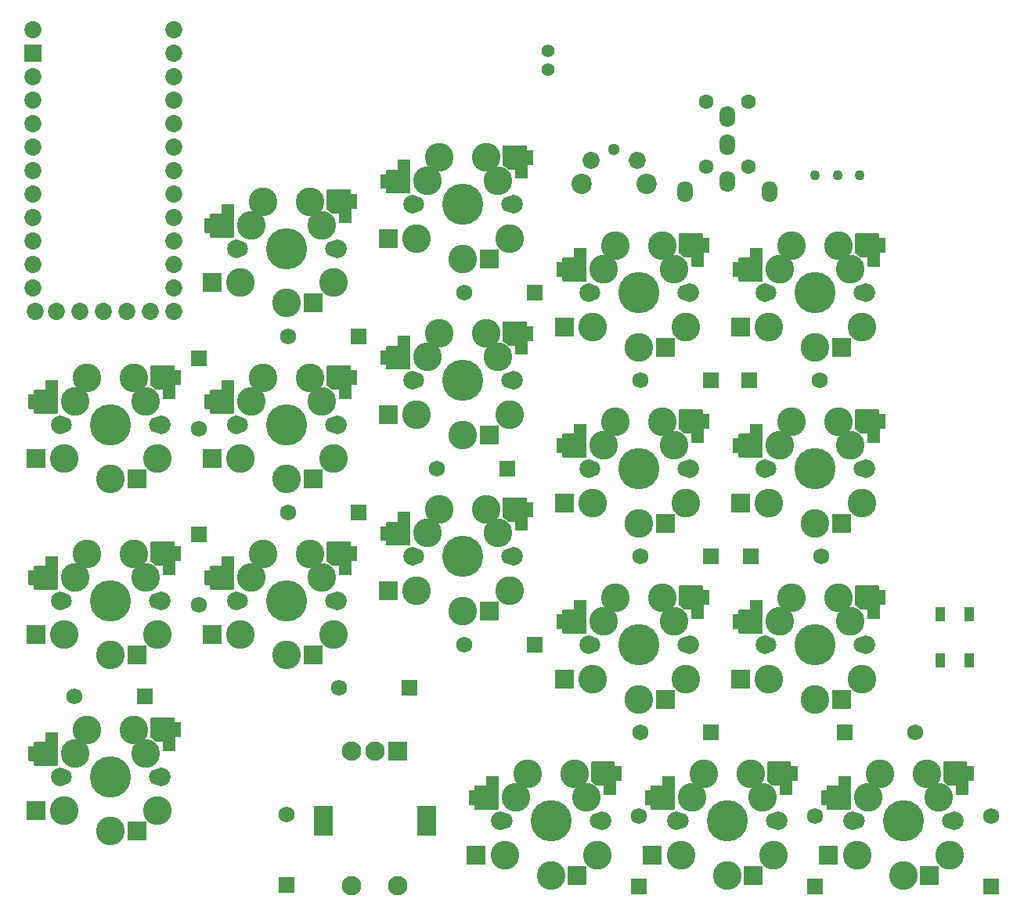
<source format=gbr>
%TF.GenerationSoftware,KiCad,Pcbnew,(5.1.6)-1*%
%TF.CreationDate,2021-05-04T17:20:08-05:00*%
%TF.ProjectId,FlatDox,466c6174-446f-4782-9e6b-696361645f70,rev?*%
%TF.SameCoordinates,Original*%
%TF.FileFunction,Soldermask,Bot*%
%TF.FilePolarity,Negative*%
%FSLAX46Y46*%
G04 Gerber Fmt 4.6, Leading zero omitted, Abs format (unit mm)*
G04 Created by KiCad (PCBNEW (5.1.6)-1) date 2021-05-04 17:20:08*
%MOMM*%
%LPD*%
G01*
G04 APERTURE LIST*
%ADD10R,1.400000X2.100000*%
%ADD11C,0.100000*%
%ADD12C,3.100000*%
%ADD13C,1.800000*%
%ADD14C,2.000000*%
%ADD15C,4.450000*%
%ADD16R,2.000000X2.100000*%
%ADD17R,2.100000X2.100000*%
%ADD18R,1.751000X1.751000*%
%ADD19C,1.751000*%
%ADD20C,1.852600*%
%ADD21R,1.852600X1.852600*%
%ADD22C,2.100000*%
%ADD23R,2.100000X3.300000*%
%ADD24C,2.200000*%
%ADD25C,1.850000*%
%ADD26C,1.300000*%
%ADD27O,1.700000X2.300000*%
%ADD28C,1.600000*%
%ADD29C,1.400000*%
%ADD30C,1.100000*%
%ADD31R,0.999160X1.601140*%
G04 APERTURE END LIST*
D10*
%TO.C,SW15*%
X152159970Y-109820710D03*
X164859970Y-109820710D03*
D11*
G36*
X165314872Y-107230951D02*
G01*
X165324627Y-107231912D01*
X165334239Y-107233824D01*
X165343618Y-107236669D01*
X165352674Y-107240420D01*
X165361319Y-107245041D01*
X165369470Y-107250488D01*
X165377046Y-107256706D01*
X165383974Y-107263634D01*
X165390192Y-107271210D01*
X165395639Y-107279361D01*
X165400260Y-107288006D01*
X165404011Y-107297062D01*
X165406856Y-107306441D01*
X165408768Y-107316053D01*
X165409729Y-107325808D01*
X165409970Y-107330710D01*
X165409970Y-107730710D01*
X166059970Y-107730710D01*
X166069725Y-107731671D01*
X166079104Y-107734516D01*
X166087749Y-107739137D01*
X166095325Y-107745355D01*
X166101543Y-107752931D01*
X166106164Y-107761576D01*
X166109009Y-107770955D01*
X166109970Y-107780710D01*
X166109970Y-109280710D01*
X166109009Y-109290465D01*
X166106164Y-109299844D01*
X166101543Y-109308489D01*
X166095325Y-109316065D01*
X166087749Y-109322283D01*
X166079104Y-109326904D01*
X166069725Y-109329749D01*
X166059970Y-109330710D01*
X165409970Y-109330710D01*
X165409970Y-109730710D01*
X165409729Y-109735612D01*
X165408768Y-109745367D01*
X165406856Y-109754979D01*
X165404011Y-109764358D01*
X165400260Y-109773414D01*
X165395639Y-109782059D01*
X165390192Y-109790210D01*
X165383974Y-109797786D01*
X165377046Y-109804714D01*
X165369470Y-109810932D01*
X165361319Y-109816379D01*
X165352674Y-109821000D01*
X165343618Y-109824751D01*
X165334239Y-109827596D01*
X165324627Y-109829508D01*
X165314872Y-109830469D01*
X165309970Y-109830710D01*
X163409970Y-109830710D01*
X163405068Y-109830469D01*
X163395313Y-109829508D01*
X163385701Y-109827596D01*
X163376322Y-109824751D01*
X163365398Y-109819950D01*
X163353297Y-109812799D01*
X163347500Y-109808796D01*
X162847500Y-109408796D01*
X162843826Y-109405549D01*
X162836809Y-109398706D01*
X162830491Y-109391200D01*
X162824945Y-109383118D01*
X162820221Y-109374539D01*
X162816357Y-109365531D01*
X162813394Y-109356186D01*
X162811362Y-109346598D01*
X162810353Y-109338998D01*
X162810047Y-109333476D01*
X162809970Y-109330710D01*
X162809970Y-107330710D01*
X162810211Y-107325808D01*
X162811172Y-107316053D01*
X162813084Y-107306441D01*
X162815929Y-107297062D01*
X162819680Y-107288006D01*
X162824301Y-107279361D01*
X162829748Y-107271210D01*
X162835966Y-107263634D01*
X162842894Y-107256706D01*
X162850470Y-107250488D01*
X162858621Y-107245041D01*
X162867266Y-107240420D01*
X162876322Y-107236669D01*
X162885701Y-107233824D01*
X162895313Y-107231912D01*
X162905068Y-107230951D01*
X162909970Y-107230710D01*
X165309970Y-107230710D01*
X165314872Y-107230951D01*
G37*
G36*
X152714872Y-109830951D02*
G01*
X152724627Y-109831912D01*
X152734239Y-109833824D01*
X152743618Y-109836669D01*
X152752674Y-109840420D01*
X152761319Y-109845041D01*
X152769470Y-109850488D01*
X152777046Y-109856706D01*
X152783974Y-109863634D01*
X152790192Y-109871210D01*
X152795639Y-109879361D01*
X152800260Y-109888006D01*
X152804011Y-109897062D01*
X152806856Y-109906441D01*
X152808768Y-109916053D01*
X152809729Y-109925808D01*
X152809970Y-109930710D01*
X152809970Y-112330710D01*
X152809729Y-112335612D01*
X152808768Y-112345367D01*
X152806856Y-112354979D01*
X152804011Y-112364358D01*
X152800260Y-112373414D01*
X152795639Y-112382059D01*
X152790192Y-112390210D01*
X152783974Y-112397786D01*
X152777046Y-112404714D01*
X152769470Y-112410932D01*
X152761319Y-112416379D01*
X152752674Y-112421000D01*
X152743618Y-112424751D01*
X152734239Y-112427596D01*
X152724627Y-112429508D01*
X152714872Y-112430469D01*
X152709970Y-112430710D01*
X150309970Y-112430710D01*
X150305068Y-112430469D01*
X150295313Y-112429508D01*
X150285701Y-112427596D01*
X150276322Y-112424751D01*
X150267266Y-112421000D01*
X150258621Y-112416379D01*
X150250470Y-112410932D01*
X150242894Y-112404714D01*
X150235966Y-112397786D01*
X150229748Y-112390210D01*
X150224301Y-112382059D01*
X150219680Y-112373414D01*
X150215929Y-112364358D01*
X150213084Y-112354979D01*
X150211172Y-112345367D01*
X150210211Y-112335612D01*
X150209970Y-112330710D01*
X150209970Y-111930710D01*
X149659970Y-111930710D01*
X149650215Y-111929749D01*
X149640836Y-111926904D01*
X149632191Y-111922283D01*
X149624615Y-111916065D01*
X149618397Y-111908489D01*
X149613776Y-111899844D01*
X149610931Y-111890465D01*
X149609970Y-111880710D01*
X149609970Y-110380710D01*
X149610931Y-110370955D01*
X149613776Y-110361576D01*
X149618397Y-110352931D01*
X149624615Y-110345355D01*
X149632191Y-110339137D01*
X149640836Y-110334516D01*
X149650215Y-110331671D01*
X149659970Y-110330710D01*
X150209970Y-110330710D01*
X150209970Y-109930710D01*
X150210211Y-109925808D01*
X150211172Y-109916053D01*
X150213084Y-109906441D01*
X150215929Y-109897062D01*
X150219680Y-109888006D01*
X150224301Y-109879361D01*
X150229748Y-109871210D01*
X150235966Y-109863634D01*
X150242894Y-109856706D01*
X150250470Y-109850488D01*
X150258621Y-109845041D01*
X150267266Y-109840420D01*
X150276322Y-109836669D01*
X150285701Y-109833824D01*
X150295313Y-109831912D01*
X150305068Y-109830951D01*
X150309970Y-109830710D01*
X152709970Y-109830710D01*
X152714872Y-109830951D01*
G37*
D12*
X154699970Y-111090709D03*
D13*
X153429970Y-113630710D03*
X163589970Y-113630710D03*
D14*
X164009970Y-113630710D03*
X153009970Y-113630710D03*
D15*
X158509970Y-113630710D03*
D12*
X161049970Y-108550710D03*
X158509970Y-119530710D03*
X153509970Y-117330710D03*
D16*
X161309970Y-119530710D03*
D17*
X150409970Y-117330710D03*
D12*
X163509970Y-117330710D03*
X155969970Y-108550710D03*
X162319970Y-111090710D03*
%TD*%
D10*
%TO.C,SW9*%
X133109970Y-90770710D03*
X145809970Y-90770710D03*
D11*
G36*
X146264872Y-88180951D02*
G01*
X146274627Y-88181912D01*
X146284239Y-88183824D01*
X146293618Y-88186669D01*
X146302674Y-88190420D01*
X146311319Y-88195041D01*
X146319470Y-88200488D01*
X146327046Y-88206706D01*
X146333974Y-88213634D01*
X146340192Y-88221210D01*
X146345639Y-88229361D01*
X146350260Y-88238006D01*
X146354011Y-88247062D01*
X146356856Y-88256441D01*
X146358768Y-88266053D01*
X146359729Y-88275808D01*
X146359970Y-88280710D01*
X146359970Y-88680710D01*
X147009970Y-88680710D01*
X147019725Y-88681671D01*
X147029104Y-88684516D01*
X147037749Y-88689137D01*
X147045325Y-88695355D01*
X147051543Y-88702931D01*
X147056164Y-88711576D01*
X147059009Y-88720955D01*
X147059970Y-88730710D01*
X147059970Y-90230710D01*
X147059009Y-90240465D01*
X147056164Y-90249844D01*
X147051543Y-90258489D01*
X147045325Y-90266065D01*
X147037749Y-90272283D01*
X147029104Y-90276904D01*
X147019725Y-90279749D01*
X147009970Y-90280710D01*
X146359970Y-90280710D01*
X146359970Y-90680710D01*
X146359729Y-90685612D01*
X146358768Y-90695367D01*
X146356856Y-90704979D01*
X146354011Y-90714358D01*
X146350260Y-90723414D01*
X146345639Y-90732059D01*
X146340192Y-90740210D01*
X146333974Y-90747786D01*
X146327046Y-90754714D01*
X146319470Y-90760932D01*
X146311319Y-90766379D01*
X146302674Y-90771000D01*
X146293618Y-90774751D01*
X146284239Y-90777596D01*
X146274627Y-90779508D01*
X146264872Y-90780469D01*
X146259970Y-90780710D01*
X144359970Y-90780710D01*
X144355068Y-90780469D01*
X144345313Y-90779508D01*
X144335701Y-90777596D01*
X144326322Y-90774751D01*
X144315398Y-90769950D01*
X144303297Y-90762799D01*
X144297500Y-90758796D01*
X143797500Y-90358796D01*
X143793826Y-90355549D01*
X143786809Y-90348706D01*
X143780491Y-90341200D01*
X143774945Y-90333118D01*
X143770221Y-90324539D01*
X143766357Y-90315531D01*
X143763394Y-90306186D01*
X143761362Y-90296598D01*
X143760353Y-90288998D01*
X143760047Y-90283476D01*
X143759970Y-90280710D01*
X143759970Y-88280710D01*
X143760211Y-88275808D01*
X143761172Y-88266053D01*
X143763084Y-88256441D01*
X143765929Y-88247062D01*
X143769680Y-88238006D01*
X143774301Y-88229361D01*
X143779748Y-88221210D01*
X143785966Y-88213634D01*
X143792894Y-88206706D01*
X143800470Y-88200488D01*
X143808621Y-88195041D01*
X143817266Y-88190420D01*
X143826322Y-88186669D01*
X143835701Y-88183824D01*
X143845313Y-88181912D01*
X143855068Y-88180951D01*
X143859970Y-88180710D01*
X146259970Y-88180710D01*
X146264872Y-88180951D01*
G37*
G36*
X133664872Y-90780951D02*
G01*
X133674627Y-90781912D01*
X133684239Y-90783824D01*
X133693618Y-90786669D01*
X133702674Y-90790420D01*
X133711319Y-90795041D01*
X133719470Y-90800488D01*
X133727046Y-90806706D01*
X133733974Y-90813634D01*
X133740192Y-90821210D01*
X133745639Y-90829361D01*
X133750260Y-90838006D01*
X133754011Y-90847062D01*
X133756856Y-90856441D01*
X133758768Y-90866053D01*
X133759729Y-90875808D01*
X133759970Y-90880710D01*
X133759970Y-93280710D01*
X133759729Y-93285612D01*
X133758768Y-93295367D01*
X133756856Y-93304979D01*
X133754011Y-93314358D01*
X133750260Y-93323414D01*
X133745639Y-93332059D01*
X133740192Y-93340210D01*
X133733974Y-93347786D01*
X133727046Y-93354714D01*
X133719470Y-93360932D01*
X133711319Y-93366379D01*
X133702674Y-93371000D01*
X133693618Y-93374751D01*
X133684239Y-93377596D01*
X133674627Y-93379508D01*
X133664872Y-93380469D01*
X133659970Y-93380710D01*
X131259970Y-93380710D01*
X131255068Y-93380469D01*
X131245313Y-93379508D01*
X131235701Y-93377596D01*
X131226322Y-93374751D01*
X131217266Y-93371000D01*
X131208621Y-93366379D01*
X131200470Y-93360932D01*
X131192894Y-93354714D01*
X131185966Y-93347786D01*
X131179748Y-93340210D01*
X131174301Y-93332059D01*
X131169680Y-93323414D01*
X131165929Y-93314358D01*
X131163084Y-93304979D01*
X131161172Y-93295367D01*
X131160211Y-93285612D01*
X131159970Y-93280710D01*
X131159970Y-92880710D01*
X130609970Y-92880710D01*
X130600215Y-92879749D01*
X130590836Y-92876904D01*
X130582191Y-92872283D01*
X130574615Y-92866065D01*
X130568397Y-92858489D01*
X130563776Y-92849844D01*
X130560931Y-92840465D01*
X130559970Y-92830710D01*
X130559970Y-91330710D01*
X130560931Y-91320955D01*
X130563776Y-91311576D01*
X130568397Y-91302931D01*
X130574615Y-91295355D01*
X130582191Y-91289137D01*
X130590836Y-91284516D01*
X130600215Y-91281671D01*
X130609970Y-91280710D01*
X131159970Y-91280710D01*
X131159970Y-90880710D01*
X131160211Y-90875808D01*
X131161172Y-90866053D01*
X131163084Y-90856441D01*
X131165929Y-90847062D01*
X131169680Y-90838006D01*
X131174301Y-90829361D01*
X131179748Y-90821210D01*
X131185966Y-90813634D01*
X131192894Y-90806706D01*
X131200470Y-90800488D01*
X131208621Y-90795041D01*
X131217266Y-90790420D01*
X131226322Y-90786669D01*
X131235701Y-90783824D01*
X131245313Y-90781912D01*
X131255068Y-90780951D01*
X131259970Y-90780710D01*
X133659970Y-90780710D01*
X133664872Y-90780951D01*
G37*
D12*
X135649970Y-92040709D03*
D13*
X134379970Y-94580710D03*
X144539970Y-94580710D03*
D14*
X144959970Y-94580710D03*
X133959970Y-94580710D03*
D15*
X139459970Y-94580710D03*
D12*
X141999970Y-89500710D03*
X139459970Y-100480710D03*
X134459970Y-98280710D03*
D16*
X142259970Y-100480710D03*
D17*
X131359970Y-98280710D03*
D12*
X144459970Y-98280710D03*
X136919970Y-89500710D03*
X143269970Y-92040710D03*
%TD*%
D10*
%TO.C,SW17*%
X123584970Y-128870710D03*
X136284970Y-128870710D03*
D11*
G36*
X136739872Y-126280951D02*
G01*
X136749627Y-126281912D01*
X136759239Y-126283824D01*
X136768618Y-126286669D01*
X136777674Y-126290420D01*
X136786319Y-126295041D01*
X136794470Y-126300488D01*
X136802046Y-126306706D01*
X136808974Y-126313634D01*
X136815192Y-126321210D01*
X136820639Y-126329361D01*
X136825260Y-126338006D01*
X136829011Y-126347062D01*
X136831856Y-126356441D01*
X136833768Y-126366053D01*
X136834729Y-126375808D01*
X136834970Y-126380710D01*
X136834970Y-126780710D01*
X137484970Y-126780710D01*
X137494725Y-126781671D01*
X137504104Y-126784516D01*
X137512749Y-126789137D01*
X137520325Y-126795355D01*
X137526543Y-126802931D01*
X137531164Y-126811576D01*
X137534009Y-126820955D01*
X137534970Y-126830710D01*
X137534970Y-128330710D01*
X137534009Y-128340465D01*
X137531164Y-128349844D01*
X137526543Y-128358489D01*
X137520325Y-128366065D01*
X137512749Y-128372283D01*
X137504104Y-128376904D01*
X137494725Y-128379749D01*
X137484970Y-128380710D01*
X136834970Y-128380710D01*
X136834970Y-128780710D01*
X136834729Y-128785612D01*
X136833768Y-128795367D01*
X136831856Y-128804979D01*
X136829011Y-128814358D01*
X136825260Y-128823414D01*
X136820639Y-128832059D01*
X136815192Y-128840210D01*
X136808974Y-128847786D01*
X136802046Y-128854714D01*
X136794470Y-128860932D01*
X136786319Y-128866379D01*
X136777674Y-128871000D01*
X136768618Y-128874751D01*
X136759239Y-128877596D01*
X136749627Y-128879508D01*
X136739872Y-128880469D01*
X136734970Y-128880710D01*
X134834970Y-128880710D01*
X134830068Y-128880469D01*
X134820313Y-128879508D01*
X134810701Y-128877596D01*
X134801322Y-128874751D01*
X134790398Y-128869950D01*
X134778297Y-128862799D01*
X134772500Y-128858796D01*
X134272500Y-128458796D01*
X134268826Y-128455549D01*
X134261809Y-128448706D01*
X134255491Y-128441200D01*
X134249945Y-128433118D01*
X134245221Y-128424539D01*
X134241357Y-128415531D01*
X134238394Y-128406186D01*
X134236362Y-128396598D01*
X134235353Y-128388998D01*
X134235047Y-128383476D01*
X134234970Y-128380710D01*
X134234970Y-126380710D01*
X134235211Y-126375808D01*
X134236172Y-126366053D01*
X134238084Y-126356441D01*
X134240929Y-126347062D01*
X134244680Y-126338006D01*
X134249301Y-126329361D01*
X134254748Y-126321210D01*
X134260966Y-126313634D01*
X134267894Y-126306706D01*
X134275470Y-126300488D01*
X134283621Y-126295041D01*
X134292266Y-126290420D01*
X134301322Y-126286669D01*
X134310701Y-126283824D01*
X134320313Y-126281912D01*
X134330068Y-126280951D01*
X134334970Y-126280710D01*
X136734970Y-126280710D01*
X136739872Y-126280951D01*
G37*
G36*
X124139872Y-128880951D02*
G01*
X124149627Y-128881912D01*
X124159239Y-128883824D01*
X124168618Y-128886669D01*
X124177674Y-128890420D01*
X124186319Y-128895041D01*
X124194470Y-128900488D01*
X124202046Y-128906706D01*
X124208974Y-128913634D01*
X124215192Y-128921210D01*
X124220639Y-128929361D01*
X124225260Y-128938006D01*
X124229011Y-128947062D01*
X124231856Y-128956441D01*
X124233768Y-128966053D01*
X124234729Y-128975808D01*
X124234970Y-128980710D01*
X124234970Y-131380710D01*
X124234729Y-131385612D01*
X124233768Y-131395367D01*
X124231856Y-131404979D01*
X124229011Y-131414358D01*
X124225260Y-131423414D01*
X124220639Y-131432059D01*
X124215192Y-131440210D01*
X124208974Y-131447786D01*
X124202046Y-131454714D01*
X124194470Y-131460932D01*
X124186319Y-131466379D01*
X124177674Y-131471000D01*
X124168618Y-131474751D01*
X124159239Y-131477596D01*
X124149627Y-131479508D01*
X124139872Y-131480469D01*
X124134970Y-131480710D01*
X121734970Y-131480710D01*
X121730068Y-131480469D01*
X121720313Y-131479508D01*
X121710701Y-131477596D01*
X121701322Y-131474751D01*
X121692266Y-131471000D01*
X121683621Y-131466379D01*
X121675470Y-131460932D01*
X121667894Y-131454714D01*
X121660966Y-131447786D01*
X121654748Y-131440210D01*
X121649301Y-131432059D01*
X121644680Y-131423414D01*
X121640929Y-131414358D01*
X121638084Y-131404979D01*
X121636172Y-131395367D01*
X121635211Y-131385612D01*
X121634970Y-131380710D01*
X121634970Y-130980710D01*
X121084970Y-130980710D01*
X121075215Y-130979749D01*
X121065836Y-130976904D01*
X121057191Y-130972283D01*
X121049615Y-130966065D01*
X121043397Y-130958489D01*
X121038776Y-130949844D01*
X121035931Y-130940465D01*
X121034970Y-130930710D01*
X121034970Y-129430710D01*
X121035931Y-129420955D01*
X121038776Y-129411576D01*
X121043397Y-129402931D01*
X121049615Y-129395355D01*
X121057191Y-129389137D01*
X121065836Y-129384516D01*
X121075215Y-129381671D01*
X121084970Y-129380710D01*
X121634970Y-129380710D01*
X121634970Y-128980710D01*
X121635211Y-128975808D01*
X121636172Y-128966053D01*
X121638084Y-128956441D01*
X121640929Y-128947062D01*
X121644680Y-128938006D01*
X121649301Y-128929361D01*
X121654748Y-128921210D01*
X121660966Y-128913634D01*
X121667894Y-128906706D01*
X121675470Y-128900488D01*
X121683621Y-128895041D01*
X121692266Y-128890420D01*
X121701322Y-128886669D01*
X121710701Y-128883824D01*
X121720313Y-128881912D01*
X121730068Y-128880951D01*
X121734970Y-128880710D01*
X124134970Y-128880710D01*
X124139872Y-128880951D01*
G37*
D12*
X126124970Y-130140709D03*
D13*
X124854970Y-132680710D03*
X135014970Y-132680710D03*
D14*
X135434970Y-132680710D03*
X124434970Y-132680710D03*
D15*
X129934970Y-132680710D03*
D12*
X132474970Y-127600710D03*
X129934970Y-138580710D03*
X124934970Y-136380710D03*
D16*
X132734970Y-138580710D03*
D17*
X121834970Y-136380710D03*
D12*
X134934970Y-136380710D03*
X127394970Y-127600710D03*
X133744970Y-130140710D03*
%TD*%
D10*
%TO.C,SW8*%
X114059970Y-81245710D03*
X126759970Y-81245710D03*
D11*
G36*
X127214872Y-78655951D02*
G01*
X127224627Y-78656912D01*
X127234239Y-78658824D01*
X127243618Y-78661669D01*
X127252674Y-78665420D01*
X127261319Y-78670041D01*
X127269470Y-78675488D01*
X127277046Y-78681706D01*
X127283974Y-78688634D01*
X127290192Y-78696210D01*
X127295639Y-78704361D01*
X127300260Y-78713006D01*
X127304011Y-78722062D01*
X127306856Y-78731441D01*
X127308768Y-78741053D01*
X127309729Y-78750808D01*
X127309970Y-78755710D01*
X127309970Y-79155710D01*
X127959970Y-79155710D01*
X127969725Y-79156671D01*
X127979104Y-79159516D01*
X127987749Y-79164137D01*
X127995325Y-79170355D01*
X128001543Y-79177931D01*
X128006164Y-79186576D01*
X128009009Y-79195955D01*
X128009970Y-79205710D01*
X128009970Y-80705710D01*
X128009009Y-80715465D01*
X128006164Y-80724844D01*
X128001543Y-80733489D01*
X127995325Y-80741065D01*
X127987749Y-80747283D01*
X127979104Y-80751904D01*
X127969725Y-80754749D01*
X127959970Y-80755710D01*
X127309970Y-80755710D01*
X127309970Y-81155710D01*
X127309729Y-81160612D01*
X127308768Y-81170367D01*
X127306856Y-81179979D01*
X127304011Y-81189358D01*
X127300260Y-81198414D01*
X127295639Y-81207059D01*
X127290192Y-81215210D01*
X127283974Y-81222786D01*
X127277046Y-81229714D01*
X127269470Y-81235932D01*
X127261319Y-81241379D01*
X127252674Y-81246000D01*
X127243618Y-81249751D01*
X127234239Y-81252596D01*
X127224627Y-81254508D01*
X127214872Y-81255469D01*
X127209970Y-81255710D01*
X125309970Y-81255710D01*
X125305068Y-81255469D01*
X125295313Y-81254508D01*
X125285701Y-81252596D01*
X125276322Y-81249751D01*
X125265398Y-81244950D01*
X125253297Y-81237799D01*
X125247500Y-81233796D01*
X124747500Y-80833796D01*
X124743826Y-80830549D01*
X124736809Y-80823706D01*
X124730491Y-80816200D01*
X124724945Y-80808118D01*
X124720221Y-80799539D01*
X124716357Y-80790531D01*
X124713394Y-80781186D01*
X124711362Y-80771598D01*
X124710353Y-80763998D01*
X124710047Y-80758476D01*
X124709970Y-80755710D01*
X124709970Y-78755710D01*
X124710211Y-78750808D01*
X124711172Y-78741053D01*
X124713084Y-78731441D01*
X124715929Y-78722062D01*
X124719680Y-78713006D01*
X124724301Y-78704361D01*
X124729748Y-78696210D01*
X124735966Y-78688634D01*
X124742894Y-78681706D01*
X124750470Y-78675488D01*
X124758621Y-78670041D01*
X124767266Y-78665420D01*
X124776322Y-78661669D01*
X124785701Y-78658824D01*
X124795313Y-78656912D01*
X124805068Y-78655951D01*
X124809970Y-78655710D01*
X127209970Y-78655710D01*
X127214872Y-78655951D01*
G37*
G36*
X114614872Y-81255951D02*
G01*
X114624627Y-81256912D01*
X114634239Y-81258824D01*
X114643618Y-81261669D01*
X114652674Y-81265420D01*
X114661319Y-81270041D01*
X114669470Y-81275488D01*
X114677046Y-81281706D01*
X114683974Y-81288634D01*
X114690192Y-81296210D01*
X114695639Y-81304361D01*
X114700260Y-81313006D01*
X114704011Y-81322062D01*
X114706856Y-81331441D01*
X114708768Y-81341053D01*
X114709729Y-81350808D01*
X114709970Y-81355710D01*
X114709970Y-83755710D01*
X114709729Y-83760612D01*
X114708768Y-83770367D01*
X114706856Y-83779979D01*
X114704011Y-83789358D01*
X114700260Y-83798414D01*
X114695639Y-83807059D01*
X114690192Y-83815210D01*
X114683974Y-83822786D01*
X114677046Y-83829714D01*
X114669470Y-83835932D01*
X114661319Y-83841379D01*
X114652674Y-83846000D01*
X114643618Y-83849751D01*
X114634239Y-83852596D01*
X114624627Y-83854508D01*
X114614872Y-83855469D01*
X114609970Y-83855710D01*
X112209970Y-83855710D01*
X112205068Y-83855469D01*
X112195313Y-83854508D01*
X112185701Y-83852596D01*
X112176322Y-83849751D01*
X112167266Y-83846000D01*
X112158621Y-83841379D01*
X112150470Y-83835932D01*
X112142894Y-83829714D01*
X112135966Y-83822786D01*
X112129748Y-83815210D01*
X112124301Y-83807059D01*
X112119680Y-83798414D01*
X112115929Y-83789358D01*
X112113084Y-83779979D01*
X112111172Y-83770367D01*
X112110211Y-83760612D01*
X112109970Y-83755710D01*
X112109970Y-83355710D01*
X111559970Y-83355710D01*
X111550215Y-83354749D01*
X111540836Y-83351904D01*
X111532191Y-83347283D01*
X111524615Y-83341065D01*
X111518397Y-83333489D01*
X111513776Y-83324844D01*
X111510931Y-83315465D01*
X111509970Y-83305710D01*
X111509970Y-81805710D01*
X111510931Y-81795955D01*
X111513776Y-81786576D01*
X111518397Y-81777931D01*
X111524615Y-81770355D01*
X111532191Y-81764137D01*
X111540836Y-81759516D01*
X111550215Y-81756671D01*
X111559970Y-81755710D01*
X112109970Y-81755710D01*
X112109970Y-81355710D01*
X112110211Y-81350808D01*
X112111172Y-81341053D01*
X112113084Y-81331441D01*
X112115929Y-81322062D01*
X112119680Y-81313006D01*
X112124301Y-81304361D01*
X112129748Y-81296210D01*
X112135966Y-81288634D01*
X112142894Y-81281706D01*
X112150470Y-81275488D01*
X112158621Y-81270041D01*
X112167266Y-81265420D01*
X112176322Y-81261669D01*
X112185701Y-81258824D01*
X112195313Y-81256912D01*
X112205068Y-81255951D01*
X112209970Y-81255710D01*
X114609970Y-81255710D01*
X114614872Y-81255951D01*
G37*
D12*
X116599970Y-82515709D03*
D13*
X115329970Y-85055710D03*
X125489970Y-85055710D03*
D14*
X125909970Y-85055710D03*
X114909970Y-85055710D03*
D15*
X120409970Y-85055710D03*
D12*
X122949970Y-79975710D03*
X120409970Y-90955710D03*
X115409970Y-88755710D03*
D16*
X123209970Y-90955710D03*
D17*
X112309970Y-88755710D03*
D12*
X125409970Y-88755710D03*
X117869970Y-79975710D03*
X124219970Y-82515710D03*
%TD*%
D10*
%TO.C,SW4*%
X133109970Y-71720710D03*
X145809970Y-71720710D03*
D11*
G36*
X146264872Y-69130951D02*
G01*
X146274627Y-69131912D01*
X146284239Y-69133824D01*
X146293618Y-69136669D01*
X146302674Y-69140420D01*
X146311319Y-69145041D01*
X146319470Y-69150488D01*
X146327046Y-69156706D01*
X146333974Y-69163634D01*
X146340192Y-69171210D01*
X146345639Y-69179361D01*
X146350260Y-69188006D01*
X146354011Y-69197062D01*
X146356856Y-69206441D01*
X146358768Y-69216053D01*
X146359729Y-69225808D01*
X146359970Y-69230710D01*
X146359970Y-69630710D01*
X147009970Y-69630710D01*
X147019725Y-69631671D01*
X147029104Y-69634516D01*
X147037749Y-69639137D01*
X147045325Y-69645355D01*
X147051543Y-69652931D01*
X147056164Y-69661576D01*
X147059009Y-69670955D01*
X147059970Y-69680710D01*
X147059970Y-71180710D01*
X147059009Y-71190465D01*
X147056164Y-71199844D01*
X147051543Y-71208489D01*
X147045325Y-71216065D01*
X147037749Y-71222283D01*
X147029104Y-71226904D01*
X147019725Y-71229749D01*
X147009970Y-71230710D01*
X146359970Y-71230710D01*
X146359970Y-71630710D01*
X146359729Y-71635612D01*
X146358768Y-71645367D01*
X146356856Y-71654979D01*
X146354011Y-71664358D01*
X146350260Y-71673414D01*
X146345639Y-71682059D01*
X146340192Y-71690210D01*
X146333974Y-71697786D01*
X146327046Y-71704714D01*
X146319470Y-71710932D01*
X146311319Y-71716379D01*
X146302674Y-71721000D01*
X146293618Y-71724751D01*
X146284239Y-71727596D01*
X146274627Y-71729508D01*
X146264872Y-71730469D01*
X146259970Y-71730710D01*
X144359970Y-71730710D01*
X144355068Y-71730469D01*
X144345313Y-71729508D01*
X144335701Y-71727596D01*
X144326322Y-71724751D01*
X144315398Y-71719950D01*
X144303297Y-71712799D01*
X144297500Y-71708796D01*
X143797500Y-71308796D01*
X143793826Y-71305549D01*
X143786809Y-71298706D01*
X143780491Y-71291200D01*
X143774945Y-71283118D01*
X143770221Y-71274539D01*
X143766357Y-71265531D01*
X143763394Y-71256186D01*
X143761362Y-71246598D01*
X143760353Y-71238998D01*
X143760047Y-71233476D01*
X143759970Y-71230710D01*
X143759970Y-69230710D01*
X143760211Y-69225808D01*
X143761172Y-69216053D01*
X143763084Y-69206441D01*
X143765929Y-69197062D01*
X143769680Y-69188006D01*
X143774301Y-69179361D01*
X143779748Y-69171210D01*
X143785966Y-69163634D01*
X143792894Y-69156706D01*
X143800470Y-69150488D01*
X143808621Y-69145041D01*
X143817266Y-69140420D01*
X143826322Y-69136669D01*
X143835701Y-69133824D01*
X143845313Y-69131912D01*
X143855068Y-69130951D01*
X143859970Y-69130710D01*
X146259970Y-69130710D01*
X146264872Y-69130951D01*
G37*
G36*
X133664872Y-71730951D02*
G01*
X133674627Y-71731912D01*
X133684239Y-71733824D01*
X133693618Y-71736669D01*
X133702674Y-71740420D01*
X133711319Y-71745041D01*
X133719470Y-71750488D01*
X133727046Y-71756706D01*
X133733974Y-71763634D01*
X133740192Y-71771210D01*
X133745639Y-71779361D01*
X133750260Y-71788006D01*
X133754011Y-71797062D01*
X133756856Y-71806441D01*
X133758768Y-71816053D01*
X133759729Y-71825808D01*
X133759970Y-71830710D01*
X133759970Y-74230710D01*
X133759729Y-74235612D01*
X133758768Y-74245367D01*
X133756856Y-74254979D01*
X133754011Y-74264358D01*
X133750260Y-74273414D01*
X133745639Y-74282059D01*
X133740192Y-74290210D01*
X133733974Y-74297786D01*
X133727046Y-74304714D01*
X133719470Y-74310932D01*
X133711319Y-74316379D01*
X133702674Y-74321000D01*
X133693618Y-74324751D01*
X133684239Y-74327596D01*
X133674627Y-74329508D01*
X133664872Y-74330469D01*
X133659970Y-74330710D01*
X131259970Y-74330710D01*
X131255068Y-74330469D01*
X131245313Y-74329508D01*
X131235701Y-74327596D01*
X131226322Y-74324751D01*
X131217266Y-74321000D01*
X131208621Y-74316379D01*
X131200470Y-74310932D01*
X131192894Y-74304714D01*
X131185966Y-74297786D01*
X131179748Y-74290210D01*
X131174301Y-74282059D01*
X131169680Y-74273414D01*
X131165929Y-74264358D01*
X131163084Y-74254979D01*
X131161172Y-74245367D01*
X131160211Y-74235612D01*
X131159970Y-74230710D01*
X131159970Y-73830710D01*
X130609970Y-73830710D01*
X130600215Y-73829749D01*
X130590836Y-73826904D01*
X130582191Y-73822283D01*
X130574615Y-73816065D01*
X130568397Y-73808489D01*
X130563776Y-73799844D01*
X130560931Y-73790465D01*
X130559970Y-73780710D01*
X130559970Y-72280710D01*
X130560931Y-72270955D01*
X130563776Y-72261576D01*
X130568397Y-72252931D01*
X130574615Y-72245355D01*
X130582191Y-72239137D01*
X130590836Y-72234516D01*
X130600215Y-72231671D01*
X130609970Y-72230710D01*
X131159970Y-72230710D01*
X131159970Y-71830710D01*
X131160211Y-71825808D01*
X131161172Y-71816053D01*
X131163084Y-71806441D01*
X131165929Y-71797062D01*
X131169680Y-71788006D01*
X131174301Y-71779361D01*
X131179748Y-71771210D01*
X131185966Y-71763634D01*
X131192894Y-71756706D01*
X131200470Y-71750488D01*
X131208621Y-71745041D01*
X131217266Y-71740420D01*
X131226322Y-71736669D01*
X131235701Y-71733824D01*
X131245313Y-71731912D01*
X131255068Y-71730951D01*
X131259970Y-71730710D01*
X133659970Y-71730710D01*
X133664872Y-71730951D01*
G37*
D12*
X135649970Y-72990709D03*
D13*
X134379970Y-75530710D03*
X144539970Y-75530710D03*
D14*
X144959970Y-75530710D03*
X133959970Y-75530710D03*
D15*
X139459970Y-75530710D03*
D12*
X141999970Y-70450710D03*
X139459970Y-81430710D03*
X134459970Y-79230710D03*
D16*
X142259970Y-81430710D03*
D17*
X131359970Y-79230710D03*
D12*
X144459970Y-79230710D03*
X136919970Y-70450710D03*
X143269970Y-72990710D03*
%TD*%
D10*
%TO.C,SW18*%
X142634970Y-128870710D03*
X155334970Y-128870710D03*
D11*
G36*
X155789872Y-126280951D02*
G01*
X155799627Y-126281912D01*
X155809239Y-126283824D01*
X155818618Y-126286669D01*
X155827674Y-126290420D01*
X155836319Y-126295041D01*
X155844470Y-126300488D01*
X155852046Y-126306706D01*
X155858974Y-126313634D01*
X155865192Y-126321210D01*
X155870639Y-126329361D01*
X155875260Y-126338006D01*
X155879011Y-126347062D01*
X155881856Y-126356441D01*
X155883768Y-126366053D01*
X155884729Y-126375808D01*
X155884970Y-126380710D01*
X155884970Y-126780710D01*
X156534970Y-126780710D01*
X156544725Y-126781671D01*
X156554104Y-126784516D01*
X156562749Y-126789137D01*
X156570325Y-126795355D01*
X156576543Y-126802931D01*
X156581164Y-126811576D01*
X156584009Y-126820955D01*
X156584970Y-126830710D01*
X156584970Y-128330710D01*
X156584009Y-128340465D01*
X156581164Y-128349844D01*
X156576543Y-128358489D01*
X156570325Y-128366065D01*
X156562749Y-128372283D01*
X156554104Y-128376904D01*
X156544725Y-128379749D01*
X156534970Y-128380710D01*
X155884970Y-128380710D01*
X155884970Y-128780710D01*
X155884729Y-128785612D01*
X155883768Y-128795367D01*
X155881856Y-128804979D01*
X155879011Y-128814358D01*
X155875260Y-128823414D01*
X155870639Y-128832059D01*
X155865192Y-128840210D01*
X155858974Y-128847786D01*
X155852046Y-128854714D01*
X155844470Y-128860932D01*
X155836319Y-128866379D01*
X155827674Y-128871000D01*
X155818618Y-128874751D01*
X155809239Y-128877596D01*
X155799627Y-128879508D01*
X155789872Y-128880469D01*
X155784970Y-128880710D01*
X153884970Y-128880710D01*
X153880068Y-128880469D01*
X153870313Y-128879508D01*
X153860701Y-128877596D01*
X153851322Y-128874751D01*
X153840398Y-128869950D01*
X153828297Y-128862799D01*
X153822500Y-128858796D01*
X153322500Y-128458796D01*
X153318826Y-128455549D01*
X153311809Y-128448706D01*
X153305491Y-128441200D01*
X153299945Y-128433118D01*
X153295221Y-128424539D01*
X153291357Y-128415531D01*
X153288394Y-128406186D01*
X153286362Y-128396598D01*
X153285353Y-128388998D01*
X153285047Y-128383476D01*
X153284970Y-128380710D01*
X153284970Y-126380710D01*
X153285211Y-126375808D01*
X153286172Y-126366053D01*
X153288084Y-126356441D01*
X153290929Y-126347062D01*
X153294680Y-126338006D01*
X153299301Y-126329361D01*
X153304748Y-126321210D01*
X153310966Y-126313634D01*
X153317894Y-126306706D01*
X153325470Y-126300488D01*
X153333621Y-126295041D01*
X153342266Y-126290420D01*
X153351322Y-126286669D01*
X153360701Y-126283824D01*
X153370313Y-126281912D01*
X153380068Y-126280951D01*
X153384970Y-126280710D01*
X155784970Y-126280710D01*
X155789872Y-126280951D01*
G37*
G36*
X143189872Y-128880951D02*
G01*
X143199627Y-128881912D01*
X143209239Y-128883824D01*
X143218618Y-128886669D01*
X143227674Y-128890420D01*
X143236319Y-128895041D01*
X143244470Y-128900488D01*
X143252046Y-128906706D01*
X143258974Y-128913634D01*
X143265192Y-128921210D01*
X143270639Y-128929361D01*
X143275260Y-128938006D01*
X143279011Y-128947062D01*
X143281856Y-128956441D01*
X143283768Y-128966053D01*
X143284729Y-128975808D01*
X143284970Y-128980710D01*
X143284970Y-131380710D01*
X143284729Y-131385612D01*
X143283768Y-131395367D01*
X143281856Y-131404979D01*
X143279011Y-131414358D01*
X143275260Y-131423414D01*
X143270639Y-131432059D01*
X143265192Y-131440210D01*
X143258974Y-131447786D01*
X143252046Y-131454714D01*
X143244470Y-131460932D01*
X143236319Y-131466379D01*
X143227674Y-131471000D01*
X143218618Y-131474751D01*
X143209239Y-131477596D01*
X143199627Y-131479508D01*
X143189872Y-131480469D01*
X143184970Y-131480710D01*
X140784970Y-131480710D01*
X140780068Y-131480469D01*
X140770313Y-131479508D01*
X140760701Y-131477596D01*
X140751322Y-131474751D01*
X140742266Y-131471000D01*
X140733621Y-131466379D01*
X140725470Y-131460932D01*
X140717894Y-131454714D01*
X140710966Y-131447786D01*
X140704748Y-131440210D01*
X140699301Y-131432059D01*
X140694680Y-131423414D01*
X140690929Y-131414358D01*
X140688084Y-131404979D01*
X140686172Y-131395367D01*
X140685211Y-131385612D01*
X140684970Y-131380710D01*
X140684970Y-130980710D01*
X140134970Y-130980710D01*
X140125215Y-130979749D01*
X140115836Y-130976904D01*
X140107191Y-130972283D01*
X140099615Y-130966065D01*
X140093397Y-130958489D01*
X140088776Y-130949844D01*
X140085931Y-130940465D01*
X140084970Y-130930710D01*
X140084970Y-129430710D01*
X140085931Y-129420955D01*
X140088776Y-129411576D01*
X140093397Y-129402931D01*
X140099615Y-129395355D01*
X140107191Y-129389137D01*
X140115836Y-129384516D01*
X140125215Y-129381671D01*
X140134970Y-129380710D01*
X140684970Y-129380710D01*
X140684970Y-128980710D01*
X140685211Y-128975808D01*
X140686172Y-128966053D01*
X140688084Y-128956441D01*
X140690929Y-128947062D01*
X140694680Y-128938006D01*
X140699301Y-128929361D01*
X140704748Y-128921210D01*
X140710966Y-128913634D01*
X140717894Y-128906706D01*
X140725470Y-128900488D01*
X140733621Y-128895041D01*
X140742266Y-128890420D01*
X140751322Y-128886669D01*
X140760701Y-128883824D01*
X140770313Y-128881912D01*
X140780068Y-128880951D01*
X140784970Y-128880710D01*
X143184970Y-128880710D01*
X143189872Y-128880951D01*
G37*
D12*
X145174970Y-130140709D03*
D13*
X143904970Y-132680710D03*
X154064970Y-132680710D03*
D14*
X154484970Y-132680710D03*
X143484970Y-132680710D03*
D15*
X148984970Y-132680710D03*
D12*
X151524970Y-127600710D03*
X148984970Y-138580710D03*
X143984970Y-136380710D03*
D16*
X151784970Y-138580710D03*
D17*
X140884970Y-136380710D03*
D12*
X153984970Y-136380710D03*
X146444970Y-127600710D03*
X152794970Y-130140710D03*
%TD*%
D10*
%TO.C,SW5*%
X152159970Y-71720710D03*
X164859970Y-71720710D03*
D11*
G36*
X165314872Y-69130951D02*
G01*
X165324627Y-69131912D01*
X165334239Y-69133824D01*
X165343618Y-69136669D01*
X165352674Y-69140420D01*
X165361319Y-69145041D01*
X165369470Y-69150488D01*
X165377046Y-69156706D01*
X165383974Y-69163634D01*
X165390192Y-69171210D01*
X165395639Y-69179361D01*
X165400260Y-69188006D01*
X165404011Y-69197062D01*
X165406856Y-69206441D01*
X165408768Y-69216053D01*
X165409729Y-69225808D01*
X165409970Y-69230710D01*
X165409970Y-69630710D01*
X166059970Y-69630710D01*
X166069725Y-69631671D01*
X166079104Y-69634516D01*
X166087749Y-69639137D01*
X166095325Y-69645355D01*
X166101543Y-69652931D01*
X166106164Y-69661576D01*
X166109009Y-69670955D01*
X166109970Y-69680710D01*
X166109970Y-71180710D01*
X166109009Y-71190465D01*
X166106164Y-71199844D01*
X166101543Y-71208489D01*
X166095325Y-71216065D01*
X166087749Y-71222283D01*
X166079104Y-71226904D01*
X166069725Y-71229749D01*
X166059970Y-71230710D01*
X165409970Y-71230710D01*
X165409970Y-71630710D01*
X165409729Y-71635612D01*
X165408768Y-71645367D01*
X165406856Y-71654979D01*
X165404011Y-71664358D01*
X165400260Y-71673414D01*
X165395639Y-71682059D01*
X165390192Y-71690210D01*
X165383974Y-71697786D01*
X165377046Y-71704714D01*
X165369470Y-71710932D01*
X165361319Y-71716379D01*
X165352674Y-71721000D01*
X165343618Y-71724751D01*
X165334239Y-71727596D01*
X165324627Y-71729508D01*
X165314872Y-71730469D01*
X165309970Y-71730710D01*
X163409970Y-71730710D01*
X163405068Y-71730469D01*
X163395313Y-71729508D01*
X163385701Y-71727596D01*
X163376322Y-71724751D01*
X163365398Y-71719950D01*
X163353297Y-71712799D01*
X163347500Y-71708796D01*
X162847500Y-71308796D01*
X162843826Y-71305549D01*
X162836809Y-71298706D01*
X162830491Y-71291200D01*
X162824945Y-71283118D01*
X162820221Y-71274539D01*
X162816357Y-71265531D01*
X162813394Y-71256186D01*
X162811362Y-71246598D01*
X162810353Y-71238998D01*
X162810047Y-71233476D01*
X162809970Y-71230710D01*
X162809970Y-69230710D01*
X162810211Y-69225808D01*
X162811172Y-69216053D01*
X162813084Y-69206441D01*
X162815929Y-69197062D01*
X162819680Y-69188006D01*
X162824301Y-69179361D01*
X162829748Y-69171210D01*
X162835966Y-69163634D01*
X162842894Y-69156706D01*
X162850470Y-69150488D01*
X162858621Y-69145041D01*
X162867266Y-69140420D01*
X162876322Y-69136669D01*
X162885701Y-69133824D01*
X162895313Y-69131912D01*
X162905068Y-69130951D01*
X162909970Y-69130710D01*
X165309970Y-69130710D01*
X165314872Y-69130951D01*
G37*
G36*
X152714872Y-71730951D02*
G01*
X152724627Y-71731912D01*
X152734239Y-71733824D01*
X152743618Y-71736669D01*
X152752674Y-71740420D01*
X152761319Y-71745041D01*
X152769470Y-71750488D01*
X152777046Y-71756706D01*
X152783974Y-71763634D01*
X152790192Y-71771210D01*
X152795639Y-71779361D01*
X152800260Y-71788006D01*
X152804011Y-71797062D01*
X152806856Y-71806441D01*
X152808768Y-71816053D01*
X152809729Y-71825808D01*
X152809970Y-71830710D01*
X152809970Y-74230710D01*
X152809729Y-74235612D01*
X152808768Y-74245367D01*
X152806856Y-74254979D01*
X152804011Y-74264358D01*
X152800260Y-74273414D01*
X152795639Y-74282059D01*
X152790192Y-74290210D01*
X152783974Y-74297786D01*
X152777046Y-74304714D01*
X152769470Y-74310932D01*
X152761319Y-74316379D01*
X152752674Y-74321000D01*
X152743618Y-74324751D01*
X152734239Y-74327596D01*
X152724627Y-74329508D01*
X152714872Y-74330469D01*
X152709970Y-74330710D01*
X150309970Y-74330710D01*
X150305068Y-74330469D01*
X150295313Y-74329508D01*
X150285701Y-74327596D01*
X150276322Y-74324751D01*
X150267266Y-74321000D01*
X150258621Y-74316379D01*
X150250470Y-74310932D01*
X150242894Y-74304714D01*
X150235966Y-74297786D01*
X150229748Y-74290210D01*
X150224301Y-74282059D01*
X150219680Y-74273414D01*
X150215929Y-74264358D01*
X150213084Y-74254979D01*
X150211172Y-74245367D01*
X150210211Y-74235612D01*
X150209970Y-74230710D01*
X150209970Y-73830710D01*
X149659970Y-73830710D01*
X149650215Y-73829749D01*
X149640836Y-73826904D01*
X149632191Y-73822283D01*
X149624615Y-73816065D01*
X149618397Y-73808489D01*
X149613776Y-73799844D01*
X149610931Y-73790465D01*
X149609970Y-73780710D01*
X149609970Y-72280710D01*
X149610931Y-72270955D01*
X149613776Y-72261576D01*
X149618397Y-72252931D01*
X149624615Y-72245355D01*
X149632191Y-72239137D01*
X149640836Y-72234516D01*
X149650215Y-72231671D01*
X149659970Y-72230710D01*
X150209970Y-72230710D01*
X150209970Y-71830710D01*
X150210211Y-71825808D01*
X150211172Y-71816053D01*
X150213084Y-71806441D01*
X150215929Y-71797062D01*
X150219680Y-71788006D01*
X150224301Y-71779361D01*
X150229748Y-71771210D01*
X150235966Y-71763634D01*
X150242894Y-71756706D01*
X150250470Y-71750488D01*
X150258621Y-71745041D01*
X150267266Y-71740420D01*
X150276322Y-71736669D01*
X150285701Y-71733824D01*
X150295313Y-71731912D01*
X150305068Y-71730951D01*
X150309970Y-71730710D01*
X152709970Y-71730710D01*
X152714872Y-71730951D01*
G37*
D12*
X154699970Y-72990709D03*
D13*
X153429970Y-75530710D03*
X163589970Y-75530710D03*
D14*
X164009970Y-75530710D03*
X153009970Y-75530710D03*
D15*
X158509970Y-75530710D03*
D12*
X161049970Y-70450710D03*
X158509970Y-81430710D03*
X153509970Y-79230710D03*
D16*
X161309970Y-81430710D03*
D17*
X150409970Y-79230710D03*
D12*
X163509970Y-79230710D03*
X155969970Y-70450710D03*
X162319970Y-72990710D03*
%TD*%
D10*
%TO.C,SW12*%
X95009970Y-105058210D03*
X107709970Y-105058210D03*
D11*
G36*
X108164872Y-102468451D02*
G01*
X108174627Y-102469412D01*
X108184239Y-102471324D01*
X108193618Y-102474169D01*
X108202674Y-102477920D01*
X108211319Y-102482541D01*
X108219470Y-102487988D01*
X108227046Y-102494206D01*
X108233974Y-102501134D01*
X108240192Y-102508710D01*
X108245639Y-102516861D01*
X108250260Y-102525506D01*
X108254011Y-102534562D01*
X108256856Y-102543941D01*
X108258768Y-102553553D01*
X108259729Y-102563308D01*
X108259970Y-102568210D01*
X108259970Y-102968210D01*
X108909970Y-102968210D01*
X108919725Y-102969171D01*
X108929104Y-102972016D01*
X108937749Y-102976637D01*
X108945325Y-102982855D01*
X108951543Y-102990431D01*
X108956164Y-102999076D01*
X108959009Y-103008455D01*
X108959970Y-103018210D01*
X108959970Y-104518210D01*
X108959009Y-104527965D01*
X108956164Y-104537344D01*
X108951543Y-104545989D01*
X108945325Y-104553565D01*
X108937749Y-104559783D01*
X108929104Y-104564404D01*
X108919725Y-104567249D01*
X108909970Y-104568210D01*
X108259970Y-104568210D01*
X108259970Y-104968210D01*
X108259729Y-104973112D01*
X108258768Y-104982867D01*
X108256856Y-104992479D01*
X108254011Y-105001858D01*
X108250260Y-105010914D01*
X108245639Y-105019559D01*
X108240192Y-105027710D01*
X108233974Y-105035286D01*
X108227046Y-105042214D01*
X108219470Y-105048432D01*
X108211319Y-105053879D01*
X108202674Y-105058500D01*
X108193618Y-105062251D01*
X108184239Y-105065096D01*
X108174627Y-105067008D01*
X108164872Y-105067969D01*
X108159970Y-105068210D01*
X106259970Y-105068210D01*
X106255068Y-105067969D01*
X106245313Y-105067008D01*
X106235701Y-105065096D01*
X106226322Y-105062251D01*
X106215398Y-105057450D01*
X106203297Y-105050299D01*
X106197500Y-105046296D01*
X105697500Y-104646296D01*
X105693826Y-104643049D01*
X105686809Y-104636206D01*
X105680491Y-104628700D01*
X105674945Y-104620618D01*
X105670221Y-104612039D01*
X105666357Y-104603031D01*
X105663394Y-104593686D01*
X105661362Y-104584098D01*
X105660353Y-104576498D01*
X105660047Y-104570976D01*
X105659970Y-104568210D01*
X105659970Y-102568210D01*
X105660211Y-102563308D01*
X105661172Y-102553553D01*
X105663084Y-102543941D01*
X105665929Y-102534562D01*
X105669680Y-102525506D01*
X105674301Y-102516861D01*
X105679748Y-102508710D01*
X105685966Y-102501134D01*
X105692894Y-102494206D01*
X105700470Y-102487988D01*
X105708621Y-102482541D01*
X105717266Y-102477920D01*
X105726322Y-102474169D01*
X105735701Y-102471324D01*
X105745313Y-102469412D01*
X105755068Y-102468451D01*
X105759970Y-102468210D01*
X108159970Y-102468210D01*
X108164872Y-102468451D01*
G37*
G36*
X95564872Y-105068451D02*
G01*
X95574627Y-105069412D01*
X95584239Y-105071324D01*
X95593618Y-105074169D01*
X95602674Y-105077920D01*
X95611319Y-105082541D01*
X95619470Y-105087988D01*
X95627046Y-105094206D01*
X95633974Y-105101134D01*
X95640192Y-105108710D01*
X95645639Y-105116861D01*
X95650260Y-105125506D01*
X95654011Y-105134562D01*
X95656856Y-105143941D01*
X95658768Y-105153553D01*
X95659729Y-105163308D01*
X95659970Y-105168210D01*
X95659970Y-107568210D01*
X95659729Y-107573112D01*
X95658768Y-107582867D01*
X95656856Y-107592479D01*
X95654011Y-107601858D01*
X95650260Y-107610914D01*
X95645639Y-107619559D01*
X95640192Y-107627710D01*
X95633974Y-107635286D01*
X95627046Y-107642214D01*
X95619470Y-107648432D01*
X95611319Y-107653879D01*
X95602674Y-107658500D01*
X95593618Y-107662251D01*
X95584239Y-107665096D01*
X95574627Y-107667008D01*
X95564872Y-107667969D01*
X95559970Y-107668210D01*
X93159970Y-107668210D01*
X93155068Y-107667969D01*
X93145313Y-107667008D01*
X93135701Y-107665096D01*
X93126322Y-107662251D01*
X93117266Y-107658500D01*
X93108621Y-107653879D01*
X93100470Y-107648432D01*
X93092894Y-107642214D01*
X93085966Y-107635286D01*
X93079748Y-107627710D01*
X93074301Y-107619559D01*
X93069680Y-107610914D01*
X93065929Y-107601858D01*
X93063084Y-107592479D01*
X93061172Y-107582867D01*
X93060211Y-107573112D01*
X93059970Y-107568210D01*
X93059970Y-107168210D01*
X92509970Y-107168210D01*
X92500215Y-107167249D01*
X92490836Y-107164404D01*
X92482191Y-107159783D01*
X92474615Y-107153565D01*
X92468397Y-107145989D01*
X92463776Y-107137344D01*
X92460931Y-107127965D01*
X92459970Y-107118210D01*
X92459970Y-105618210D01*
X92460931Y-105608455D01*
X92463776Y-105599076D01*
X92468397Y-105590431D01*
X92474615Y-105582855D01*
X92482191Y-105576637D01*
X92490836Y-105572016D01*
X92500215Y-105569171D01*
X92509970Y-105568210D01*
X93059970Y-105568210D01*
X93059970Y-105168210D01*
X93060211Y-105163308D01*
X93061172Y-105153553D01*
X93063084Y-105143941D01*
X93065929Y-105134562D01*
X93069680Y-105125506D01*
X93074301Y-105116861D01*
X93079748Y-105108710D01*
X93085966Y-105101134D01*
X93092894Y-105094206D01*
X93100470Y-105087988D01*
X93108621Y-105082541D01*
X93117266Y-105077920D01*
X93126322Y-105074169D01*
X93135701Y-105071324D01*
X93145313Y-105069412D01*
X93155068Y-105068451D01*
X93159970Y-105068210D01*
X95559970Y-105068210D01*
X95564872Y-105068451D01*
G37*
D12*
X97549970Y-106328209D03*
D13*
X96279970Y-108868210D03*
X106439970Y-108868210D03*
D14*
X106859970Y-108868210D03*
X95859970Y-108868210D03*
D15*
X101359970Y-108868210D03*
D12*
X103899970Y-103788210D03*
X101359970Y-114768210D03*
X96359970Y-112568210D03*
D16*
X104159970Y-114768210D03*
D17*
X93259970Y-112568210D03*
D12*
X106359970Y-112568210D03*
X98819970Y-103788210D03*
X105169970Y-106328210D03*
%TD*%
D10*
%TO.C,SW14*%
X133109970Y-109820710D03*
X145809970Y-109820710D03*
D11*
G36*
X146264872Y-107230951D02*
G01*
X146274627Y-107231912D01*
X146284239Y-107233824D01*
X146293618Y-107236669D01*
X146302674Y-107240420D01*
X146311319Y-107245041D01*
X146319470Y-107250488D01*
X146327046Y-107256706D01*
X146333974Y-107263634D01*
X146340192Y-107271210D01*
X146345639Y-107279361D01*
X146350260Y-107288006D01*
X146354011Y-107297062D01*
X146356856Y-107306441D01*
X146358768Y-107316053D01*
X146359729Y-107325808D01*
X146359970Y-107330710D01*
X146359970Y-107730710D01*
X147009970Y-107730710D01*
X147019725Y-107731671D01*
X147029104Y-107734516D01*
X147037749Y-107739137D01*
X147045325Y-107745355D01*
X147051543Y-107752931D01*
X147056164Y-107761576D01*
X147059009Y-107770955D01*
X147059970Y-107780710D01*
X147059970Y-109280710D01*
X147059009Y-109290465D01*
X147056164Y-109299844D01*
X147051543Y-109308489D01*
X147045325Y-109316065D01*
X147037749Y-109322283D01*
X147029104Y-109326904D01*
X147019725Y-109329749D01*
X147009970Y-109330710D01*
X146359970Y-109330710D01*
X146359970Y-109730710D01*
X146359729Y-109735612D01*
X146358768Y-109745367D01*
X146356856Y-109754979D01*
X146354011Y-109764358D01*
X146350260Y-109773414D01*
X146345639Y-109782059D01*
X146340192Y-109790210D01*
X146333974Y-109797786D01*
X146327046Y-109804714D01*
X146319470Y-109810932D01*
X146311319Y-109816379D01*
X146302674Y-109821000D01*
X146293618Y-109824751D01*
X146284239Y-109827596D01*
X146274627Y-109829508D01*
X146264872Y-109830469D01*
X146259970Y-109830710D01*
X144359970Y-109830710D01*
X144355068Y-109830469D01*
X144345313Y-109829508D01*
X144335701Y-109827596D01*
X144326322Y-109824751D01*
X144315398Y-109819950D01*
X144303297Y-109812799D01*
X144297500Y-109808796D01*
X143797500Y-109408796D01*
X143793826Y-109405549D01*
X143786809Y-109398706D01*
X143780491Y-109391200D01*
X143774945Y-109383118D01*
X143770221Y-109374539D01*
X143766357Y-109365531D01*
X143763394Y-109356186D01*
X143761362Y-109346598D01*
X143760353Y-109338998D01*
X143760047Y-109333476D01*
X143759970Y-109330710D01*
X143759970Y-107330710D01*
X143760211Y-107325808D01*
X143761172Y-107316053D01*
X143763084Y-107306441D01*
X143765929Y-107297062D01*
X143769680Y-107288006D01*
X143774301Y-107279361D01*
X143779748Y-107271210D01*
X143785966Y-107263634D01*
X143792894Y-107256706D01*
X143800470Y-107250488D01*
X143808621Y-107245041D01*
X143817266Y-107240420D01*
X143826322Y-107236669D01*
X143835701Y-107233824D01*
X143845313Y-107231912D01*
X143855068Y-107230951D01*
X143859970Y-107230710D01*
X146259970Y-107230710D01*
X146264872Y-107230951D01*
G37*
G36*
X133664872Y-109830951D02*
G01*
X133674627Y-109831912D01*
X133684239Y-109833824D01*
X133693618Y-109836669D01*
X133702674Y-109840420D01*
X133711319Y-109845041D01*
X133719470Y-109850488D01*
X133727046Y-109856706D01*
X133733974Y-109863634D01*
X133740192Y-109871210D01*
X133745639Y-109879361D01*
X133750260Y-109888006D01*
X133754011Y-109897062D01*
X133756856Y-109906441D01*
X133758768Y-109916053D01*
X133759729Y-109925808D01*
X133759970Y-109930710D01*
X133759970Y-112330710D01*
X133759729Y-112335612D01*
X133758768Y-112345367D01*
X133756856Y-112354979D01*
X133754011Y-112364358D01*
X133750260Y-112373414D01*
X133745639Y-112382059D01*
X133740192Y-112390210D01*
X133733974Y-112397786D01*
X133727046Y-112404714D01*
X133719470Y-112410932D01*
X133711319Y-112416379D01*
X133702674Y-112421000D01*
X133693618Y-112424751D01*
X133684239Y-112427596D01*
X133674627Y-112429508D01*
X133664872Y-112430469D01*
X133659970Y-112430710D01*
X131259970Y-112430710D01*
X131255068Y-112430469D01*
X131245313Y-112429508D01*
X131235701Y-112427596D01*
X131226322Y-112424751D01*
X131217266Y-112421000D01*
X131208621Y-112416379D01*
X131200470Y-112410932D01*
X131192894Y-112404714D01*
X131185966Y-112397786D01*
X131179748Y-112390210D01*
X131174301Y-112382059D01*
X131169680Y-112373414D01*
X131165929Y-112364358D01*
X131163084Y-112354979D01*
X131161172Y-112345367D01*
X131160211Y-112335612D01*
X131159970Y-112330710D01*
X131159970Y-111930710D01*
X130609970Y-111930710D01*
X130600215Y-111929749D01*
X130590836Y-111926904D01*
X130582191Y-111922283D01*
X130574615Y-111916065D01*
X130568397Y-111908489D01*
X130563776Y-111899844D01*
X130560931Y-111890465D01*
X130559970Y-111880710D01*
X130559970Y-110380710D01*
X130560931Y-110370955D01*
X130563776Y-110361576D01*
X130568397Y-110352931D01*
X130574615Y-110345355D01*
X130582191Y-110339137D01*
X130590836Y-110334516D01*
X130600215Y-110331671D01*
X130609970Y-110330710D01*
X131159970Y-110330710D01*
X131159970Y-109930710D01*
X131160211Y-109925808D01*
X131161172Y-109916053D01*
X131163084Y-109906441D01*
X131165929Y-109897062D01*
X131169680Y-109888006D01*
X131174301Y-109879361D01*
X131179748Y-109871210D01*
X131185966Y-109863634D01*
X131192894Y-109856706D01*
X131200470Y-109850488D01*
X131208621Y-109845041D01*
X131217266Y-109840420D01*
X131226322Y-109836669D01*
X131235701Y-109833824D01*
X131245313Y-109831912D01*
X131255068Y-109830951D01*
X131259970Y-109830710D01*
X133659970Y-109830710D01*
X133664872Y-109830951D01*
G37*
D12*
X135649970Y-111090709D03*
D13*
X134379970Y-113630710D03*
X144539970Y-113630710D03*
D14*
X144959970Y-113630710D03*
X133959970Y-113630710D03*
D15*
X139459970Y-113630710D03*
D12*
X141999970Y-108550710D03*
X139459970Y-119530710D03*
X134459970Y-117330710D03*
D16*
X142259970Y-119530710D03*
D17*
X131359970Y-117330710D03*
D12*
X144459970Y-117330710D03*
X136919970Y-108550710D03*
X143269970Y-111090710D03*
%TD*%
D10*
%TO.C,SW6*%
X75959970Y-105058210D03*
X88659970Y-105058210D03*
D11*
G36*
X89114872Y-102468451D02*
G01*
X89124627Y-102469412D01*
X89134239Y-102471324D01*
X89143618Y-102474169D01*
X89152674Y-102477920D01*
X89161319Y-102482541D01*
X89169470Y-102487988D01*
X89177046Y-102494206D01*
X89183974Y-102501134D01*
X89190192Y-102508710D01*
X89195639Y-102516861D01*
X89200260Y-102525506D01*
X89204011Y-102534562D01*
X89206856Y-102543941D01*
X89208768Y-102553553D01*
X89209729Y-102563308D01*
X89209970Y-102568210D01*
X89209970Y-102968210D01*
X89859970Y-102968210D01*
X89869725Y-102969171D01*
X89879104Y-102972016D01*
X89887749Y-102976637D01*
X89895325Y-102982855D01*
X89901543Y-102990431D01*
X89906164Y-102999076D01*
X89909009Y-103008455D01*
X89909970Y-103018210D01*
X89909970Y-104518210D01*
X89909009Y-104527965D01*
X89906164Y-104537344D01*
X89901543Y-104545989D01*
X89895325Y-104553565D01*
X89887749Y-104559783D01*
X89879104Y-104564404D01*
X89869725Y-104567249D01*
X89859970Y-104568210D01*
X89209970Y-104568210D01*
X89209970Y-104968210D01*
X89209729Y-104973112D01*
X89208768Y-104982867D01*
X89206856Y-104992479D01*
X89204011Y-105001858D01*
X89200260Y-105010914D01*
X89195639Y-105019559D01*
X89190192Y-105027710D01*
X89183974Y-105035286D01*
X89177046Y-105042214D01*
X89169470Y-105048432D01*
X89161319Y-105053879D01*
X89152674Y-105058500D01*
X89143618Y-105062251D01*
X89134239Y-105065096D01*
X89124627Y-105067008D01*
X89114872Y-105067969D01*
X89109970Y-105068210D01*
X87209970Y-105068210D01*
X87205068Y-105067969D01*
X87195313Y-105067008D01*
X87185701Y-105065096D01*
X87176322Y-105062251D01*
X87165398Y-105057450D01*
X87153297Y-105050299D01*
X87147500Y-105046296D01*
X86647500Y-104646296D01*
X86643826Y-104643049D01*
X86636809Y-104636206D01*
X86630491Y-104628700D01*
X86624945Y-104620618D01*
X86620221Y-104612039D01*
X86616357Y-104603031D01*
X86613394Y-104593686D01*
X86611362Y-104584098D01*
X86610353Y-104576498D01*
X86610047Y-104570976D01*
X86609970Y-104568210D01*
X86609970Y-102568210D01*
X86610211Y-102563308D01*
X86611172Y-102553553D01*
X86613084Y-102543941D01*
X86615929Y-102534562D01*
X86619680Y-102525506D01*
X86624301Y-102516861D01*
X86629748Y-102508710D01*
X86635966Y-102501134D01*
X86642894Y-102494206D01*
X86650470Y-102487988D01*
X86658621Y-102482541D01*
X86667266Y-102477920D01*
X86676322Y-102474169D01*
X86685701Y-102471324D01*
X86695313Y-102469412D01*
X86705068Y-102468451D01*
X86709970Y-102468210D01*
X89109970Y-102468210D01*
X89114872Y-102468451D01*
G37*
G36*
X76514872Y-105068451D02*
G01*
X76524627Y-105069412D01*
X76534239Y-105071324D01*
X76543618Y-105074169D01*
X76552674Y-105077920D01*
X76561319Y-105082541D01*
X76569470Y-105087988D01*
X76577046Y-105094206D01*
X76583974Y-105101134D01*
X76590192Y-105108710D01*
X76595639Y-105116861D01*
X76600260Y-105125506D01*
X76604011Y-105134562D01*
X76606856Y-105143941D01*
X76608768Y-105153553D01*
X76609729Y-105163308D01*
X76609970Y-105168210D01*
X76609970Y-107568210D01*
X76609729Y-107573112D01*
X76608768Y-107582867D01*
X76606856Y-107592479D01*
X76604011Y-107601858D01*
X76600260Y-107610914D01*
X76595639Y-107619559D01*
X76590192Y-107627710D01*
X76583974Y-107635286D01*
X76577046Y-107642214D01*
X76569470Y-107648432D01*
X76561319Y-107653879D01*
X76552674Y-107658500D01*
X76543618Y-107662251D01*
X76534239Y-107665096D01*
X76524627Y-107667008D01*
X76514872Y-107667969D01*
X76509970Y-107668210D01*
X74109970Y-107668210D01*
X74105068Y-107667969D01*
X74095313Y-107667008D01*
X74085701Y-107665096D01*
X74076322Y-107662251D01*
X74067266Y-107658500D01*
X74058621Y-107653879D01*
X74050470Y-107648432D01*
X74042894Y-107642214D01*
X74035966Y-107635286D01*
X74029748Y-107627710D01*
X74024301Y-107619559D01*
X74019680Y-107610914D01*
X74015929Y-107601858D01*
X74013084Y-107592479D01*
X74011172Y-107582867D01*
X74010211Y-107573112D01*
X74009970Y-107568210D01*
X74009970Y-107168210D01*
X73459970Y-107168210D01*
X73450215Y-107167249D01*
X73440836Y-107164404D01*
X73432191Y-107159783D01*
X73424615Y-107153565D01*
X73418397Y-107145989D01*
X73413776Y-107137344D01*
X73410931Y-107127965D01*
X73409970Y-107118210D01*
X73409970Y-105618210D01*
X73410931Y-105608455D01*
X73413776Y-105599076D01*
X73418397Y-105590431D01*
X73424615Y-105582855D01*
X73432191Y-105576637D01*
X73440836Y-105572016D01*
X73450215Y-105569171D01*
X73459970Y-105568210D01*
X74009970Y-105568210D01*
X74009970Y-105168210D01*
X74010211Y-105163308D01*
X74011172Y-105153553D01*
X74013084Y-105143941D01*
X74015929Y-105134562D01*
X74019680Y-105125506D01*
X74024301Y-105116861D01*
X74029748Y-105108710D01*
X74035966Y-105101134D01*
X74042894Y-105094206D01*
X74050470Y-105087988D01*
X74058621Y-105082541D01*
X74067266Y-105077920D01*
X74076322Y-105074169D01*
X74085701Y-105071324D01*
X74095313Y-105069412D01*
X74105068Y-105068451D01*
X74109970Y-105068210D01*
X76509970Y-105068210D01*
X76514872Y-105068451D01*
G37*
D12*
X78499970Y-106328209D03*
D13*
X77229970Y-108868210D03*
X87389970Y-108868210D03*
D14*
X87809970Y-108868210D03*
X76809970Y-108868210D03*
D15*
X82309970Y-108868210D03*
D12*
X84849970Y-103788210D03*
X82309970Y-114768210D03*
X77309970Y-112568210D03*
D16*
X85109970Y-114768210D03*
D17*
X74209970Y-112568210D03*
D12*
X87309970Y-112568210D03*
X79769970Y-103788210D03*
X86119970Y-106328210D03*
%TD*%
D10*
%TO.C,SW13*%
X114059970Y-100295710D03*
X126759970Y-100295710D03*
D11*
G36*
X127214872Y-97705951D02*
G01*
X127224627Y-97706912D01*
X127234239Y-97708824D01*
X127243618Y-97711669D01*
X127252674Y-97715420D01*
X127261319Y-97720041D01*
X127269470Y-97725488D01*
X127277046Y-97731706D01*
X127283974Y-97738634D01*
X127290192Y-97746210D01*
X127295639Y-97754361D01*
X127300260Y-97763006D01*
X127304011Y-97772062D01*
X127306856Y-97781441D01*
X127308768Y-97791053D01*
X127309729Y-97800808D01*
X127309970Y-97805710D01*
X127309970Y-98205710D01*
X127959970Y-98205710D01*
X127969725Y-98206671D01*
X127979104Y-98209516D01*
X127987749Y-98214137D01*
X127995325Y-98220355D01*
X128001543Y-98227931D01*
X128006164Y-98236576D01*
X128009009Y-98245955D01*
X128009970Y-98255710D01*
X128009970Y-99755710D01*
X128009009Y-99765465D01*
X128006164Y-99774844D01*
X128001543Y-99783489D01*
X127995325Y-99791065D01*
X127987749Y-99797283D01*
X127979104Y-99801904D01*
X127969725Y-99804749D01*
X127959970Y-99805710D01*
X127309970Y-99805710D01*
X127309970Y-100205710D01*
X127309729Y-100210612D01*
X127308768Y-100220367D01*
X127306856Y-100229979D01*
X127304011Y-100239358D01*
X127300260Y-100248414D01*
X127295639Y-100257059D01*
X127290192Y-100265210D01*
X127283974Y-100272786D01*
X127277046Y-100279714D01*
X127269470Y-100285932D01*
X127261319Y-100291379D01*
X127252674Y-100296000D01*
X127243618Y-100299751D01*
X127234239Y-100302596D01*
X127224627Y-100304508D01*
X127214872Y-100305469D01*
X127209970Y-100305710D01*
X125309970Y-100305710D01*
X125305068Y-100305469D01*
X125295313Y-100304508D01*
X125285701Y-100302596D01*
X125276322Y-100299751D01*
X125265398Y-100294950D01*
X125253297Y-100287799D01*
X125247500Y-100283796D01*
X124747500Y-99883796D01*
X124743826Y-99880549D01*
X124736809Y-99873706D01*
X124730491Y-99866200D01*
X124724945Y-99858118D01*
X124720221Y-99849539D01*
X124716357Y-99840531D01*
X124713394Y-99831186D01*
X124711362Y-99821598D01*
X124710353Y-99813998D01*
X124710047Y-99808476D01*
X124709970Y-99805710D01*
X124709970Y-97805710D01*
X124710211Y-97800808D01*
X124711172Y-97791053D01*
X124713084Y-97781441D01*
X124715929Y-97772062D01*
X124719680Y-97763006D01*
X124724301Y-97754361D01*
X124729748Y-97746210D01*
X124735966Y-97738634D01*
X124742894Y-97731706D01*
X124750470Y-97725488D01*
X124758621Y-97720041D01*
X124767266Y-97715420D01*
X124776322Y-97711669D01*
X124785701Y-97708824D01*
X124795313Y-97706912D01*
X124805068Y-97705951D01*
X124809970Y-97705710D01*
X127209970Y-97705710D01*
X127214872Y-97705951D01*
G37*
G36*
X114614872Y-100305951D02*
G01*
X114624627Y-100306912D01*
X114634239Y-100308824D01*
X114643618Y-100311669D01*
X114652674Y-100315420D01*
X114661319Y-100320041D01*
X114669470Y-100325488D01*
X114677046Y-100331706D01*
X114683974Y-100338634D01*
X114690192Y-100346210D01*
X114695639Y-100354361D01*
X114700260Y-100363006D01*
X114704011Y-100372062D01*
X114706856Y-100381441D01*
X114708768Y-100391053D01*
X114709729Y-100400808D01*
X114709970Y-100405710D01*
X114709970Y-102805710D01*
X114709729Y-102810612D01*
X114708768Y-102820367D01*
X114706856Y-102829979D01*
X114704011Y-102839358D01*
X114700260Y-102848414D01*
X114695639Y-102857059D01*
X114690192Y-102865210D01*
X114683974Y-102872786D01*
X114677046Y-102879714D01*
X114669470Y-102885932D01*
X114661319Y-102891379D01*
X114652674Y-102896000D01*
X114643618Y-102899751D01*
X114634239Y-102902596D01*
X114624627Y-102904508D01*
X114614872Y-102905469D01*
X114609970Y-102905710D01*
X112209970Y-102905710D01*
X112205068Y-102905469D01*
X112195313Y-102904508D01*
X112185701Y-102902596D01*
X112176322Y-102899751D01*
X112167266Y-102896000D01*
X112158621Y-102891379D01*
X112150470Y-102885932D01*
X112142894Y-102879714D01*
X112135966Y-102872786D01*
X112129748Y-102865210D01*
X112124301Y-102857059D01*
X112119680Y-102848414D01*
X112115929Y-102839358D01*
X112113084Y-102829979D01*
X112111172Y-102820367D01*
X112110211Y-102810612D01*
X112109970Y-102805710D01*
X112109970Y-102405710D01*
X111559970Y-102405710D01*
X111550215Y-102404749D01*
X111540836Y-102401904D01*
X111532191Y-102397283D01*
X111524615Y-102391065D01*
X111518397Y-102383489D01*
X111513776Y-102374844D01*
X111510931Y-102365465D01*
X111509970Y-102355710D01*
X111509970Y-100855710D01*
X111510931Y-100845955D01*
X111513776Y-100836576D01*
X111518397Y-100827931D01*
X111524615Y-100820355D01*
X111532191Y-100814137D01*
X111540836Y-100809516D01*
X111550215Y-100806671D01*
X111559970Y-100805710D01*
X112109970Y-100805710D01*
X112109970Y-100405710D01*
X112110211Y-100400808D01*
X112111172Y-100391053D01*
X112113084Y-100381441D01*
X112115929Y-100372062D01*
X112119680Y-100363006D01*
X112124301Y-100354361D01*
X112129748Y-100346210D01*
X112135966Y-100338634D01*
X112142894Y-100331706D01*
X112150470Y-100325488D01*
X112158621Y-100320041D01*
X112167266Y-100315420D01*
X112176322Y-100311669D01*
X112185701Y-100308824D01*
X112195313Y-100306912D01*
X112205068Y-100305951D01*
X112209970Y-100305710D01*
X114609970Y-100305710D01*
X114614872Y-100305951D01*
G37*
D12*
X116599970Y-101565709D03*
D13*
X115329970Y-104105710D03*
X125489970Y-104105710D03*
D14*
X125909970Y-104105710D03*
X114909970Y-104105710D03*
D15*
X120409970Y-104105710D03*
D12*
X122949970Y-99025710D03*
X120409970Y-110005710D03*
X115409970Y-107805710D03*
D16*
X123209970Y-110005710D03*
D17*
X112309970Y-107805710D03*
D12*
X125409970Y-107805710D03*
X117869970Y-99025710D03*
X124219970Y-101565710D03*
%TD*%
D10*
%TO.C,SW11*%
X75959970Y-124108210D03*
X88659970Y-124108210D03*
D11*
G36*
X89114872Y-121518451D02*
G01*
X89124627Y-121519412D01*
X89134239Y-121521324D01*
X89143618Y-121524169D01*
X89152674Y-121527920D01*
X89161319Y-121532541D01*
X89169470Y-121537988D01*
X89177046Y-121544206D01*
X89183974Y-121551134D01*
X89190192Y-121558710D01*
X89195639Y-121566861D01*
X89200260Y-121575506D01*
X89204011Y-121584562D01*
X89206856Y-121593941D01*
X89208768Y-121603553D01*
X89209729Y-121613308D01*
X89209970Y-121618210D01*
X89209970Y-122018210D01*
X89859970Y-122018210D01*
X89869725Y-122019171D01*
X89879104Y-122022016D01*
X89887749Y-122026637D01*
X89895325Y-122032855D01*
X89901543Y-122040431D01*
X89906164Y-122049076D01*
X89909009Y-122058455D01*
X89909970Y-122068210D01*
X89909970Y-123568210D01*
X89909009Y-123577965D01*
X89906164Y-123587344D01*
X89901543Y-123595989D01*
X89895325Y-123603565D01*
X89887749Y-123609783D01*
X89879104Y-123614404D01*
X89869725Y-123617249D01*
X89859970Y-123618210D01*
X89209970Y-123618210D01*
X89209970Y-124018210D01*
X89209729Y-124023112D01*
X89208768Y-124032867D01*
X89206856Y-124042479D01*
X89204011Y-124051858D01*
X89200260Y-124060914D01*
X89195639Y-124069559D01*
X89190192Y-124077710D01*
X89183974Y-124085286D01*
X89177046Y-124092214D01*
X89169470Y-124098432D01*
X89161319Y-124103879D01*
X89152674Y-124108500D01*
X89143618Y-124112251D01*
X89134239Y-124115096D01*
X89124627Y-124117008D01*
X89114872Y-124117969D01*
X89109970Y-124118210D01*
X87209970Y-124118210D01*
X87205068Y-124117969D01*
X87195313Y-124117008D01*
X87185701Y-124115096D01*
X87176322Y-124112251D01*
X87165398Y-124107450D01*
X87153297Y-124100299D01*
X87147500Y-124096296D01*
X86647500Y-123696296D01*
X86643826Y-123693049D01*
X86636809Y-123686206D01*
X86630491Y-123678700D01*
X86624945Y-123670618D01*
X86620221Y-123662039D01*
X86616357Y-123653031D01*
X86613394Y-123643686D01*
X86611362Y-123634098D01*
X86610353Y-123626498D01*
X86610047Y-123620976D01*
X86609970Y-123618210D01*
X86609970Y-121618210D01*
X86610211Y-121613308D01*
X86611172Y-121603553D01*
X86613084Y-121593941D01*
X86615929Y-121584562D01*
X86619680Y-121575506D01*
X86624301Y-121566861D01*
X86629748Y-121558710D01*
X86635966Y-121551134D01*
X86642894Y-121544206D01*
X86650470Y-121537988D01*
X86658621Y-121532541D01*
X86667266Y-121527920D01*
X86676322Y-121524169D01*
X86685701Y-121521324D01*
X86695313Y-121519412D01*
X86705068Y-121518451D01*
X86709970Y-121518210D01*
X89109970Y-121518210D01*
X89114872Y-121518451D01*
G37*
G36*
X76514872Y-124118451D02*
G01*
X76524627Y-124119412D01*
X76534239Y-124121324D01*
X76543618Y-124124169D01*
X76552674Y-124127920D01*
X76561319Y-124132541D01*
X76569470Y-124137988D01*
X76577046Y-124144206D01*
X76583974Y-124151134D01*
X76590192Y-124158710D01*
X76595639Y-124166861D01*
X76600260Y-124175506D01*
X76604011Y-124184562D01*
X76606856Y-124193941D01*
X76608768Y-124203553D01*
X76609729Y-124213308D01*
X76609970Y-124218210D01*
X76609970Y-126618210D01*
X76609729Y-126623112D01*
X76608768Y-126632867D01*
X76606856Y-126642479D01*
X76604011Y-126651858D01*
X76600260Y-126660914D01*
X76595639Y-126669559D01*
X76590192Y-126677710D01*
X76583974Y-126685286D01*
X76577046Y-126692214D01*
X76569470Y-126698432D01*
X76561319Y-126703879D01*
X76552674Y-126708500D01*
X76543618Y-126712251D01*
X76534239Y-126715096D01*
X76524627Y-126717008D01*
X76514872Y-126717969D01*
X76509970Y-126718210D01*
X74109970Y-126718210D01*
X74105068Y-126717969D01*
X74095313Y-126717008D01*
X74085701Y-126715096D01*
X74076322Y-126712251D01*
X74067266Y-126708500D01*
X74058621Y-126703879D01*
X74050470Y-126698432D01*
X74042894Y-126692214D01*
X74035966Y-126685286D01*
X74029748Y-126677710D01*
X74024301Y-126669559D01*
X74019680Y-126660914D01*
X74015929Y-126651858D01*
X74013084Y-126642479D01*
X74011172Y-126632867D01*
X74010211Y-126623112D01*
X74009970Y-126618210D01*
X74009970Y-126218210D01*
X73459970Y-126218210D01*
X73450215Y-126217249D01*
X73440836Y-126214404D01*
X73432191Y-126209783D01*
X73424615Y-126203565D01*
X73418397Y-126195989D01*
X73413776Y-126187344D01*
X73410931Y-126177965D01*
X73409970Y-126168210D01*
X73409970Y-124668210D01*
X73410931Y-124658455D01*
X73413776Y-124649076D01*
X73418397Y-124640431D01*
X73424615Y-124632855D01*
X73432191Y-124626637D01*
X73440836Y-124622016D01*
X73450215Y-124619171D01*
X73459970Y-124618210D01*
X74009970Y-124618210D01*
X74009970Y-124218210D01*
X74010211Y-124213308D01*
X74011172Y-124203553D01*
X74013084Y-124193941D01*
X74015929Y-124184562D01*
X74019680Y-124175506D01*
X74024301Y-124166861D01*
X74029748Y-124158710D01*
X74035966Y-124151134D01*
X74042894Y-124144206D01*
X74050470Y-124137988D01*
X74058621Y-124132541D01*
X74067266Y-124127920D01*
X74076322Y-124124169D01*
X74085701Y-124121324D01*
X74095313Y-124119412D01*
X74105068Y-124118451D01*
X74109970Y-124118210D01*
X76509970Y-124118210D01*
X76514872Y-124118451D01*
G37*
D12*
X78499970Y-125378209D03*
D13*
X77229970Y-127918210D03*
X87389970Y-127918210D03*
D14*
X87809970Y-127918210D03*
X76809970Y-127918210D03*
D15*
X82309970Y-127918210D03*
D12*
X84849970Y-122838210D03*
X82309970Y-133818210D03*
X77309970Y-131618210D03*
D16*
X85109970Y-133818210D03*
D17*
X74209970Y-131618210D03*
D12*
X87309970Y-131618210D03*
X79769970Y-122838210D03*
X86119970Y-125378210D03*
%TD*%
D10*
%TO.C,SW2*%
X95009970Y-66958210D03*
X107709970Y-66958210D03*
D11*
G36*
X108164872Y-64368451D02*
G01*
X108174627Y-64369412D01*
X108184239Y-64371324D01*
X108193618Y-64374169D01*
X108202674Y-64377920D01*
X108211319Y-64382541D01*
X108219470Y-64387988D01*
X108227046Y-64394206D01*
X108233974Y-64401134D01*
X108240192Y-64408710D01*
X108245639Y-64416861D01*
X108250260Y-64425506D01*
X108254011Y-64434562D01*
X108256856Y-64443941D01*
X108258768Y-64453553D01*
X108259729Y-64463308D01*
X108259970Y-64468210D01*
X108259970Y-64868210D01*
X108909970Y-64868210D01*
X108919725Y-64869171D01*
X108929104Y-64872016D01*
X108937749Y-64876637D01*
X108945325Y-64882855D01*
X108951543Y-64890431D01*
X108956164Y-64899076D01*
X108959009Y-64908455D01*
X108959970Y-64918210D01*
X108959970Y-66418210D01*
X108959009Y-66427965D01*
X108956164Y-66437344D01*
X108951543Y-66445989D01*
X108945325Y-66453565D01*
X108937749Y-66459783D01*
X108929104Y-66464404D01*
X108919725Y-66467249D01*
X108909970Y-66468210D01*
X108259970Y-66468210D01*
X108259970Y-66868210D01*
X108259729Y-66873112D01*
X108258768Y-66882867D01*
X108256856Y-66892479D01*
X108254011Y-66901858D01*
X108250260Y-66910914D01*
X108245639Y-66919559D01*
X108240192Y-66927710D01*
X108233974Y-66935286D01*
X108227046Y-66942214D01*
X108219470Y-66948432D01*
X108211319Y-66953879D01*
X108202674Y-66958500D01*
X108193618Y-66962251D01*
X108184239Y-66965096D01*
X108174627Y-66967008D01*
X108164872Y-66967969D01*
X108159970Y-66968210D01*
X106259970Y-66968210D01*
X106255068Y-66967969D01*
X106245313Y-66967008D01*
X106235701Y-66965096D01*
X106226322Y-66962251D01*
X106215398Y-66957450D01*
X106203297Y-66950299D01*
X106197500Y-66946296D01*
X105697500Y-66546296D01*
X105693826Y-66543049D01*
X105686809Y-66536206D01*
X105680491Y-66528700D01*
X105674945Y-66520618D01*
X105670221Y-66512039D01*
X105666357Y-66503031D01*
X105663394Y-66493686D01*
X105661362Y-66484098D01*
X105660353Y-66476498D01*
X105660047Y-66470976D01*
X105659970Y-66468210D01*
X105659970Y-64468210D01*
X105660211Y-64463308D01*
X105661172Y-64453553D01*
X105663084Y-64443941D01*
X105665929Y-64434562D01*
X105669680Y-64425506D01*
X105674301Y-64416861D01*
X105679748Y-64408710D01*
X105685966Y-64401134D01*
X105692894Y-64394206D01*
X105700470Y-64387988D01*
X105708621Y-64382541D01*
X105717266Y-64377920D01*
X105726322Y-64374169D01*
X105735701Y-64371324D01*
X105745313Y-64369412D01*
X105755068Y-64368451D01*
X105759970Y-64368210D01*
X108159970Y-64368210D01*
X108164872Y-64368451D01*
G37*
G36*
X95564872Y-66968451D02*
G01*
X95574627Y-66969412D01*
X95584239Y-66971324D01*
X95593618Y-66974169D01*
X95602674Y-66977920D01*
X95611319Y-66982541D01*
X95619470Y-66987988D01*
X95627046Y-66994206D01*
X95633974Y-67001134D01*
X95640192Y-67008710D01*
X95645639Y-67016861D01*
X95650260Y-67025506D01*
X95654011Y-67034562D01*
X95656856Y-67043941D01*
X95658768Y-67053553D01*
X95659729Y-67063308D01*
X95659970Y-67068210D01*
X95659970Y-69468210D01*
X95659729Y-69473112D01*
X95658768Y-69482867D01*
X95656856Y-69492479D01*
X95654011Y-69501858D01*
X95650260Y-69510914D01*
X95645639Y-69519559D01*
X95640192Y-69527710D01*
X95633974Y-69535286D01*
X95627046Y-69542214D01*
X95619470Y-69548432D01*
X95611319Y-69553879D01*
X95602674Y-69558500D01*
X95593618Y-69562251D01*
X95584239Y-69565096D01*
X95574627Y-69567008D01*
X95564872Y-69567969D01*
X95559970Y-69568210D01*
X93159970Y-69568210D01*
X93155068Y-69567969D01*
X93145313Y-69567008D01*
X93135701Y-69565096D01*
X93126322Y-69562251D01*
X93117266Y-69558500D01*
X93108621Y-69553879D01*
X93100470Y-69548432D01*
X93092894Y-69542214D01*
X93085966Y-69535286D01*
X93079748Y-69527710D01*
X93074301Y-69519559D01*
X93069680Y-69510914D01*
X93065929Y-69501858D01*
X93063084Y-69492479D01*
X93061172Y-69482867D01*
X93060211Y-69473112D01*
X93059970Y-69468210D01*
X93059970Y-69068210D01*
X92509970Y-69068210D01*
X92500215Y-69067249D01*
X92490836Y-69064404D01*
X92482191Y-69059783D01*
X92474615Y-69053565D01*
X92468397Y-69045989D01*
X92463776Y-69037344D01*
X92460931Y-69027965D01*
X92459970Y-69018210D01*
X92459970Y-67518210D01*
X92460931Y-67508455D01*
X92463776Y-67499076D01*
X92468397Y-67490431D01*
X92474615Y-67482855D01*
X92482191Y-67476637D01*
X92490836Y-67472016D01*
X92500215Y-67469171D01*
X92509970Y-67468210D01*
X93059970Y-67468210D01*
X93059970Y-67068210D01*
X93060211Y-67063308D01*
X93061172Y-67053553D01*
X93063084Y-67043941D01*
X93065929Y-67034562D01*
X93069680Y-67025506D01*
X93074301Y-67016861D01*
X93079748Y-67008710D01*
X93085966Y-67001134D01*
X93092894Y-66994206D01*
X93100470Y-66987988D01*
X93108621Y-66982541D01*
X93117266Y-66977920D01*
X93126322Y-66974169D01*
X93135701Y-66971324D01*
X93145313Y-66969412D01*
X93155068Y-66968451D01*
X93159970Y-66968210D01*
X95559970Y-66968210D01*
X95564872Y-66968451D01*
G37*
D12*
X97549970Y-68228209D03*
D13*
X96279970Y-70768210D03*
X106439970Y-70768210D03*
D14*
X106859970Y-70768210D03*
X95859970Y-70768210D03*
D15*
X101359970Y-70768210D03*
D12*
X103899970Y-65688210D03*
X101359970Y-76668210D03*
X96359970Y-74468210D03*
D16*
X104159970Y-76668210D03*
D17*
X93259970Y-74468210D03*
D12*
X106359970Y-74468210D03*
X98819970Y-65688210D03*
X105169970Y-68228210D03*
%TD*%
D18*
%TO.C,D18*%
X158509970Y-139824460D03*
D19*
X158509970Y-132204460D03*
%TD*%
D20*
%TO.C,U1*%
X89136220Y-47114460D03*
X73896220Y-47114460D03*
X76436220Y-77594460D03*
X78976220Y-77594460D03*
X81516220Y-77594460D03*
X84056220Y-77594460D03*
X86596220Y-77594460D03*
X89136220Y-49654460D03*
X74124820Y-77594460D03*
X89136220Y-52194460D03*
X89136220Y-54734460D03*
X89136220Y-57274460D03*
X89136220Y-59814460D03*
X89136220Y-62354460D03*
X89136220Y-64894460D03*
X89136220Y-67434460D03*
X89136220Y-69974460D03*
X89136220Y-72514460D03*
X89136220Y-75054460D03*
X89136220Y-77594460D03*
X73896220Y-75054460D03*
X73896220Y-72514460D03*
X73896220Y-69974460D03*
X73896220Y-67434460D03*
X73896220Y-64894460D03*
X73896220Y-62354460D03*
X73896220Y-59814460D03*
X73896220Y-57274460D03*
X73896220Y-54734460D03*
X73896220Y-52194460D03*
D21*
X73896220Y-49654460D03*
%TD*%
D17*
%TO.C,SW16*%
X113384970Y-125180710D03*
D22*
X110884970Y-125180710D03*
X108384970Y-125180710D03*
D23*
X116484970Y-132680710D03*
X105284970Y-132680710D03*
D22*
X113384970Y-139680710D03*
X108384970Y-139680710D03*
%TD*%
D18*
%TO.C,D2*%
X109138720Y-80293210D03*
D19*
X101518720Y-80293210D03*
%TD*%
D18*
%TO.C,D15*%
X161684970Y-123155710D03*
D19*
X169304970Y-123155710D03*
%TD*%
D24*
%TO.C,SW21*%
X140239720Y-63721710D03*
D25*
X139229720Y-61231710D03*
X134229720Y-61231710D03*
D24*
X133229720Y-63721710D03*
D26*
X136729720Y-60021710D03*
%TD*%
D10*
%TO.C,SW3*%
X114059970Y-62195710D03*
X126759970Y-62195710D03*
D11*
G36*
X127214872Y-59605951D02*
G01*
X127224627Y-59606912D01*
X127234239Y-59608824D01*
X127243618Y-59611669D01*
X127252674Y-59615420D01*
X127261319Y-59620041D01*
X127269470Y-59625488D01*
X127277046Y-59631706D01*
X127283974Y-59638634D01*
X127290192Y-59646210D01*
X127295639Y-59654361D01*
X127300260Y-59663006D01*
X127304011Y-59672062D01*
X127306856Y-59681441D01*
X127308768Y-59691053D01*
X127309729Y-59700808D01*
X127309970Y-59705710D01*
X127309970Y-60105710D01*
X127959970Y-60105710D01*
X127969725Y-60106671D01*
X127979104Y-60109516D01*
X127987749Y-60114137D01*
X127995325Y-60120355D01*
X128001543Y-60127931D01*
X128006164Y-60136576D01*
X128009009Y-60145955D01*
X128009970Y-60155710D01*
X128009970Y-61655710D01*
X128009009Y-61665465D01*
X128006164Y-61674844D01*
X128001543Y-61683489D01*
X127995325Y-61691065D01*
X127987749Y-61697283D01*
X127979104Y-61701904D01*
X127969725Y-61704749D01*
X127959970Y-61705710D01*
X127309970Y-61705710D01*
X127309970Y-62105710D01*
X127309729Y-62110612D01*
X127308768Y-62120367D01*
X127306856Y-62129979D01*
X127304011Y-62139358D01*
X127300260Y-62148414D01*
X127295639Y-62157059D01*
X127290192Y-62165210D01*
X127283974Y-62172786D01*
X127277046Y-62179714D01*
X127269470Y-62185932D01*
X127261319Y-62191379D01*
X127252674Y-62196000D01*
X127243618Y-62199751D01*
X127234239Y-62202596D01*
X127224627Y-62204508D01*
X127214872Y-62205469D01*
X127209970Y-62205710D01*
X125309970Y-62205710D01*
X125305068Y-62205469D01*
X125295313Y-62204508D01*
X125285701Y-62202596D01*
X125276322Y-62199751D01*
X125265398Y-62194950D01*
X125253297Y-62187799D01*
X125247500Y-62183796D01*
X124747500Y-61783796D01*
X124743826Y-61780549D01*
X124736809Y-61773706D01*
X124730491Y-61766200D01*
X124724945Y-61758118D01*
X124720221Y-61749539D01*
X124716357Y-61740531D01*
X124713394Y-61731186D01*
X124711362Y-61721598D01*
X124710353Y-61713998D01*
X124710047Y-61708476D01*
X124709970Y-61705710D01*
X124709970Y-59705710D01*
X124710211Y-59700808D01*
X124711172Y-59691053D01*
X124713084Y-59681441D01*
X124715929Y-59672062D01*
X124719680Y-59663006D01*
X124724301Y-59654361D01*
X124729748Y-59646210D01*
X124735966Y-59638634D01*
X124742894Y-59631706D01*
X124750470Y-59625488D01*
X124758621Y-59620041D01*
X124767266Y-59615420D01*
X124776322Y-59611669D01*
X124785701Y-59608824D01*
X124795313Y-59606912D01*
X124805068Y-59605951D01*
X124809970Y-59605710D01*
X127209970Y-59605710D01*
X127214872Y-59605951D01*
G37*
G36*
X114614872Y-62205951D02*
G01*
X114624627Y-62206912D01*
X114634239Y-62208824D01*
X114643618Y-62211669D01*
X114652674Y-62215420D01*
X114661319Y-62220041D01*
X114669470Y-62225488D01*
X114677046Y-62231706D01*
X114683974Y-62238634D01*
X114690192Y-62246210D01*
X114695639Y-62254361D01*
X114700260Y-62263006D01*
X114704011Y-62272062D01*
X114706856Y-62281441D01*
X114708768Y-62291053D01*
X114709729Y-62300808D01*
X114709970Y-62305710D01*
X114709970Y-64705710D01*
X114709729Y-64710612D01*
X114708768Y-64720367D01*
X114706856Y-64729979D01*
X114704011Y-64739358D01*
X114700260Y-64748414D01*
X114695639Y-64757059D01*
X114690192Y-64765210D01*
X114683974Y-64772786D01*
X114677046Y-64779714D01*
X114669470Y-64785932D01*
X114661319Y-64791379D01*
X114652674Y-64796000D01*
X114643618Y-64799751D01*
X114634239Y-64802596D01*
X114624627Y-64804508D01*
X114614872Y-64805469D01*
X114609970Y-64805710D01*
X112209970Y-64805710D01*
X112205068Y-64805469D01*
X112195313Y-64804508D01*
X112185701Y-64802596D01*
X112176322Y-64799751D01*
X112167266Y-64796000D01*
X112158621Y-64791379D01*
X112150470Y-64785932D01*
X112142894Y-64779714D01*
X112135966Y-64772786D01*
X112129748Y-64765210D01*
X112124301Y-64757059D01*
X112119680Y-64748414D01*
X112115929Y-64739358D01*
X112113084Y-64729979D01*
X112111172Y-64720367D01*
X112110211Y-64710612D01*
X112109970Y-64705710D01*
X112109970Y-64305710D01*
X111559970Y-64305710D01*
X111550215Y-64304749D01*
X111540836Y-64301904D01*
X111532191Y-64297283D01*
X111524615Y-64291065D01*
X111518397Y-64283489D01*
X111513776Y-64274844D01*
X111510931Y-64265465D01*
X111509970Y-64255710D01*
X111509970Y-62755710D01*
X111510931Y-62745955D01*
X111513776Y-62736576D01*
X111518397Y-62727931D01*
X111524615Y-62720355D01*
X111532191Y-62714137D01*
X111540836Y-62709516D01*
X111550215Y-62706671D01*
X111559970Y-62705710D01*
X112109970Y-62705710D01*
X112109970Y-62305710D01*
X112110211Y-62300808D01*
X112111172Y-62291053D01*
X112113084Y-62281441D01*
X112115929Y-62272062D01*
X112119680Y-62263006D01*
X112124301Y-62254361D01*
X112129748Y-62246210D01*
X112135966Y-62238634D01*
X112142894Y-62231706D01*
X112150470Y-62225488D01*
X112158621Y-62220041D01*
X112167266Y-62215420D01*
X112176322Y-62211669D01*
X112185701Y-62208824D01*
X112195313Y-62206912D01*
X112205068Y-62205951D01*
X112209970Y-62205710D01*
X114609970Y-62205710D01*
X114614872Y-62205951D01*
G37*
D12*
X116599970Y-63465709D03*
D13*
X115329970Y-66005710D03*
X125489970Y-66005710D03*
D14*
X125909970Y-66005710D03*
X114909970Y-66005710D03*
D15*
X120409970Y-66005710D03*
D12*
X122949970Y-60925710D03*
X120409970Y-71905710D03*
X115409970Y-69705710D03*
D16*
X123209970Y-71905710D03*
D17*
X112309970Y-69705710D03*
D12*
X125409970Y-69705710D03*
X117869970Y-60925710D03*
X124219970Y-63465710D03*
%TD*%
D10*
%TO.C,SW10*%
X152159970Y-90770710D03*
X164859970Y-90770710D03*
D11*
G36*
X165314872Y-88180951D02*
G01*
X165324627Y-88181912D01*
X165334239Y-88183824D01*
X165343618Y-88186669D01*
X165352674Y-88190420D01*
X165361319Y-88195041D01*
X165369470Y-88200488D01*
X165377046Y-88206706D01*
X165383974Y-88213634D01*
X165390192Y-88221210D01*
X165395639Y-88229361D01*
X165400260Y-88238006D01*
X165404011Y-88247062D01*
X165406856Y-88256441D01*
X165408768Y-88266053D01*
X165409729Y-88275808D01*
X165409970Y-88280710D01*
X165409970Y-88680710D01*
X166059970Y-88680710D01*
X166069725Y-88681671D01*
X166079104Y-88684516D01*
X166087749Y-88689137D01*
X166095325Y-88695355D01*
X166101543Y-88702931D01*
X166106164Y-88711576D01*
X166109009Y-88720955D01*
X166109970Y-88730710D01*
X166109970Y-90230710D01*
X166109009Y-90240465D01*
X166106164Y-90249844D01*
X166101543Y-90258489D01*
X166095325Y-90266065D01*
X166087749Y-90272283D01*
X166079104Y-90276904D01*
X166069725Y-90279749D01*
X166059970Y-90280710D01*
X165409970Y-90280710D01*
X165409970Y-90680710D01*
X165409729Y-90685612D01*
X165408768Y-90695367D01*
X165406856Y-90704979D01*
X165404011Y-90714358D01*
X165400260Y-90723414D01*
X165395639Y-90732059D01*
X165390192Y-90740210D01*
X165383974Y-90747786D01*
X165377046Y-90754714D01*
X165369470Y-90760932D01*
X165361319Y-90766379D01*
X165352674Y-90771000D01*
X165343618Y-90774751D01*
X165334239Y-90777596D01*
X165324627Y-90779508D01*
X165314872Y-90780469D01*
X165309970Y-90780710D01*
X163409970Y-90780710D01*
X163405068Y-90780469D01*
X163395313Y-90779508D01*
X163385701Y-90777596D01*
X163376322Y-90774751D01*
X163365398Y-90769950D01*
X163353297Y-90762799D01*
X163347500Y-90758796D01*
X162847500Y-90358796D01*
X162843826Y-90355549D01*
X162836809Y-90348706D01*
X162830491Y-90341200D01*
X162824945Y-90333118D01*
X162820221Y-90324539D01*
X162816357Y-90315531D01*
X162813394Y-90306186D01*
X162811362Y-90296598D01*
X162810353Y-90288998D01*
X162810047Y-90283476D01*
X162809970Y-90280710D01*
X162809970Y-88280710D01*
X162810211Y-88275808D01*
X162811172Y-88266053D01*
X162813084Y-88256441D01*
X162815929Y-88247062D01*
X162819680Y-88238006D01*
X162824301Y-88229361D01*
X162829748Y-88221210D01*
X162835966Y-88213634D01*
X162842894Y-88206706D01*
X162850470Y-88200488D01*
X162858621Y-88195041D01*
X162867266Y-88190420D01*
X162876322Y-88186669D01*
X162885701Y-88183824D01*
X162895313Y-88181912D01*
X162905068Y-88180951D01*
X162909970Y-88180710D01*
X165309970Y-88180710D01*
X165314872Y-88180951D01*
G37*
G36*
X152714872Y-90780951D02*
G01*
X152724627Y-90781912D01*
X152734239Y-90783824D01*
X152743618Y-90786669D01*
X152752674Y-90790420D01*
X152761319Y-90795041D01*
X152769470Y-90800488D01*
X152777046Y-90806706D01*
X152783974Y-90813634D01*
X152790192Y-90821210D01*
X152795639Y-90829361D01*
X152800260Y-90838006D01*
X152804011Y-90847062D01*
X152806856Y-90856441D01*
X152808768Y-90866053D01*
X152809729Y-90875808D01*
X152809970Y-90880710D01*
X152809970Y-93280710D01*
X152809729Y-93285612D01*
X152808768Y-93295367D01*
X152806856Y-93304979D01*
X152804011Y-93314358D01*
X152800260Y-93323414D01*
X152795639Y-93332059D01*
X152790192Y-93340210D01*
X152783974Y-93347786D01*
X152777046Y-93354714D01*
X152769470Y-93360932D01*
X152761319Y-93366379D01*
X152752674Y-93371000D01*
X152743618Y-93374751D01*
X152734239Y-93377596D01*
X152724627Y-93379508D01*
X152714872Y-93380469D01*
X152709970Y-93380710D01*
X150309970Y-93380710D01*
X150305068Y-93380469D01*
X150295313Y-93379508D01*
X150285701Y-93377596D01*
X150276322Y-93374751D01*
X150267266Y-93371000D01*
X150258621Y-93366379D01*
X150250470Y-93360932D01*
X150242894Y-93354714D01*
X150235966Y-93347786D01*
X150229748Y-93340210D01*
X150224301Y-93332059D01*
X150219680Y-93323414D01*
X150215929Y-93314358D01*
X150213084Y-93304979D01*
X150211172Y-93295367D01*
X150210211Y-93285612D01*
X150209970Y-93280710D01*
X150209970Y-92880710D01*
X149659970Y-92880710D01*
X149650215Y-92879749D01*
X149640836Y-92876904D01*
X149632191Y-92872283D01*
X149624615Y-92866065D01*
X149618397Y-92858489D01*
X149613776Y-92849844D01*
X149610931Y-92840465D01*
X149609970Y-92830710D01*
X149609970Y-91330710D01*
X149610931Y-91320955D01*
X149613776Y-91311576D01*
X149618397Y-91302931D01*
X149624615Y-91295355D01*
X149632191Y-91289137D01*
X149640836Y-91284516D01*
X149650215Y-91281671D01*
X149659970Y-91280710D01*
X150209970Y-91280710D01*
X150209970Y-90880710D01*
X150210211Y-90875808D01*
X150211172Y-90866053D01*
X150213084Y-90856441D01*
X150215929Y-90847062D01*
X150219680Y-90838006D01*
X150224301Y-90829361D01*
X150229748Y-90821210D01*
X150235966Y-90813634D01*
X150242894Y-90806706D01*
X150250470Y-90800488D01*
X150258621Y-90795041D01*
X150267266Y-90790420D01*
X150276322Y-90786669D01*
X150285701Y-90783824D01*
X150295313Y-90781912D01*
X150305068Y-90780951D01*
X150309970Y-90780710D01*
X152709970Y-90780710D01*
X152714872Y-90780951D01*
G37*
D12*
X154699970Y-92040709D03*
D13*
X153429970Y-94580710D03*
X163589970Y-94580710D03*
D14*
X164009970Y-94580710D03*
X153009970Y-94580710D03*
D15*
X158509970Y-94580710D03*
D12*
X161049970Y-89500710D03*
X158509970Y-100480710D03*
X153509970Y-98280710D03*
D16*
X161309970Y-100480710D03*
D17*
X150409970Y-98280710D03*
D12*
X163509970Y-98280710D03*
X155969970Y-89500710D03*
X162319970Y-92040710D03*
%TD*%
D10*
%TO.C,SW7*%
X95009970Y-86008210D03*
X107709970Y-86008210D03*
D11*
G36*
X108164872Y-83418451D02*
G01*
X108174627Y-83419412D01*
X108184239Y-83421324D01*
X108193618Y-83424169D01*
X108202674Y-83427920D01*
X108211319Y-83432541D01*
X108219470Y-83437988D01*
X108227046Y-83444206D01*
X108233974Y-83451134D01*
X108240192Y-83458710D01*
X108245639Y-83466861D01*
X108250260Y-83475506D01*
X108254011Y-83484562D01*
X108256856Y-83493941D01*
X108258768Y-83503553D01*
X108259729Y-83513308D01*
X108259970Y-83518210D01*
X108259970Y-83918210D01*
X108909970Y-83918210D01*
X108919725Y-83919171D01*
X108929104Y-83922016D01*
X108937749Y-83926637D01*
X108945325Y-83932855D01*
X108951543Y-83940431D01*
X108956164Y-83949076D01*
X108959009Y-83958455D01*
X108959970Y-83968210D01*
X108959970Y-85468210D01*
X108959009Y-85477965D01*
X108956164Y-85487344D01*
X108951543Y-85495989D01*
X108945325Y-85503565D01*
X108937749Y-85509783D01*
X108929104Y-85514404D01*
X108919725Y-85517249D01*
X108909970Y-85518210D01*
X108259970Y-85518210D01*
X108259970Y-85918210D01*
X108259729Y-85923112D01*
X108258768Y-85932867D01*
X108256856Y-85942479D01*
X108254011Y-85951858D01*
X108250260Y-85960914D01*
X108245639Y-85969559D01*
X108240192Y-85977710D01*
X108233974Y-85985286D01*
X108227046Y-85992214D01*
X108219470Y-85998432D01*
X108211319Y-86003879D01*
X108202674Y-86008500D01*
X108193618Y-86012251D01*
X108184239Y-86015096D01*
X108174627Y-86017008D01*
X108164872Y-86017969D01*
X108159970Y-86018210D01*
X106259970Y-86018210D01*
X106255068Y-86017969D01*
X106245313Y-86017008D01*
X106235701Y-86015096D01*
X106226322Y-86012251D01*
X106215398Y-86007450D01*
X106203297Y-86000299D01*
X106197500Y-85996296D01*
X105697500Y-85596296D01*
X105693826Y-85593049D01*
X105686809Y-85586206D01*
X105680491Y-85578700D01*
X105674945Y-85570618D01*
X105670221Y-85562039D01*
X105666357Y-85553031D01*
X105663394Y-85543686D01*
X105661362Y-85534098D01*
X105660353Y-85526498D01*
X105660047Y-85520976D01*
X105659970Y-85518210D01*
X105659970Y-83518210D01*
X105660211Y-83513308D01*
X105661172Y-83503553D01*
X105663084Y-83493941D01*
X105665929Y-83484562D01*
X105669680Y-83475506D01*
X105674301Y-83466861D01*
X105679748Y-83458710D01*
X105685966Y-83451134D01*
X105692894Y-83444206D01*
X105700470Y-83437988D01*
X105708621Y-83432541D01*
X105717266Y-83427920D01*
X105726322Y-83424169D01*
X105735701Y-83421324D01*
X105745313Y-83419412D01*
X105755068Y-83418451D01*
X105759970Y-83418210D01*
X108159970Y-83418210D01*
X108164872Y-83418451D01*
G37*
G36*
X95564872Y-86018451D02*
G01*
X95574627Y-86019412D01*
X95584239Y-86021324D01*
X95593618Y-86024169D01*
X95602674Y-86027920D01*
X95611319Y-86032541D01*
X95619470Y-86037988D01*
X95627046Y-86044206D01*
X95633974Y-86051134D01*
X95640192Y-86058710D01*
X95645639Y-86066861D01*
X95650260Y-86075506D01*
X95654011Y-86084562D01*
X95656856Y-86093941D01*
X95658768Y-86103553D01*
X95659729Y-86113308D01*
X95659970Y-86118210D01*
X95659970Y-88518210D01*
X95659729Y-88523112D01*
X95658768Y-88532867D01*
X95656856Y-88542479D01*
X95654011Y-88551858D01*
X95650260Y-88560914D01*
X95645639Y-88569559D01*
X95640192Y-88577710D01*
X95633974Y-88585286D01*
X95627046Y-88592214D01*
X95619470Y-88598432D01*
X95611319Y-88603879D01*
X95602674Y-88608500D01*
X95593618Y-88612251D01*
X95584239Y-88615096D01*
X95574627Y-88617008D01*
X95564872Y-88617969D01*
X95559970Y-88618210D01*
X93159970Y-88618210D01*
X93155068Y-88617969D01*
X93145313Y-88617008D01*
X93135701Y-88615096D01*
X93126322Y-88612251D01*
X93117266Y-88608500D01*
X93108621Y-88603879D01*
X93100470Y-88598432D01*
X93092894Y-88592214D01*
X93085966Y-88585286D01*
X93079748Y-88577710D01*
X93074301Y-88569559D01*
X93069680Y-88560914D01*
X93065929Y-88551858D01*
X93063084Y-88542479D01*
X93061172Y-88532867D01*
X93060211Y-88523112D01*
X93059970Y-88518210D01*
X93059970Y-88118210D01*
X92509970Y-88118210D01*
X92500215Y-88117249D01*
X92490836Y-88114404D01*
X92482191Y-88109783D01*
X92474615Y-88103565D01*
X92468397Y-88095989D01*
X92463776Y-88087344D01*
X92460931Y-88077965D01*
X92459970Y-88068210D01*
X92459970Y-86568210D01*
X92460931Y-86558455D01*
X92463776Y-86549076D01*
X92468397Y-86540431D01*
X92474615Y-86532855D01*
X92482191Y-86526637D01*
X92490836Y-86522016D01*
X92500215Y-86519171D01*
X92509970Y-86518210D01*
X93059970Y-86518210D01*
X93059970Y-86118210D01*
X93060211Y-86113308D01*
X93061172Y-86103553D01*
X93063084Y-86093941D01*
X93065929Y-86084562D01*
X93069680Y-86075506D01*
X93074301Y-86066861D01*
X93079748Y-86058710D01*
X93085966Y-86051134D01*
X93092894Y-86044206D01*
X93100470Y-86037988D01*
X93108621Y-86032541D01*
X93117266Y-86027920D01*
X93126322Y-86024169D01*
X93135701Y-86021324D01*
X93145313Y-86019412D01*
X93155068Y-86018451D01*
X93159970Y-86018210D01*
X95559970Y-86018210D01*
X95564872Y-86018451D01*
G37*
D12*
X97549970Y-87278209D03*
D13*
X96279970Y-89818210D03*
X106439970Y-89818210D03*
D14*
X106859970Y-89818210D03*
X95859970Y-89818210D03*
D15*
X101359970Y-89818210D03*
D12*
X103899970Y-84738210D03*
X101359970Y-95718210D03*
X96359970Y-93518210D03*
D16*
X104159970Y-95718210D03*
D17*
X93259970Y-93518210D03*
D12*
X106359970Y-93518210D03*
X98819970Y-84738210D03*
X105169970Y-87278210D03*
%TD*%
D10*
%TO.C,SW19*%
X161684970Y-128870710D03*
X174384970Y-128870710D03*
D11*
G36*
X174839872Y-126280951D02*
G01*
X174849627Y-126281912D01*
X174859239Y-126283824D01*
X174868618Y-126286669D01*
X174877674Y-126290420D01*
X174886319Y-126295041D01*
X174894470Y-126300488D01*
X174902046Y-126306706D01*
X174908974Y-126313634D01*
X174915192Y-126321210D01*
X174920639Y-126329361D01*
X174925260Y-126338006D01*
X174929011Y-126347062D01*
X174931856Y-126356441D01*
X174933768Y-126366053D01*
X174934729Y-126375808D01*
X174934970Y-126380710D01*
X174934970Y-126780710D01*
X175584970Y-126780710D01*
X175594725Y-126781671D01*
X175604104Y-126784516D01*
X175612749Y-126789137D01*
X175620325Y-126795355D01*
X175626543Y-126802931D01*
X175631164Y-126811576D01*
X175634009Y-126820955D01*
X175634970Y-126830710D01*
X175634970Y-128330710D01*
X175634009Y-128340465D01*
X175631164Y-128349844D01*
X175626543Y-128358489D01*
X175620325Y-128366065D01*
X175612749Y-128372283D01*
X175604104Y-128376904D01*
X175594725Y-128379749D01*
X175584970Y-128380710D01*
X174934970Y-128380710D01*
X174934970Y-128780710D01*
X174934729Y-128785612D01*
X174933768Y-128795367D01*
X174931856Y-128804979D01*
X174929011Y-128814358D01*
X174925260Y-128823414D01*
X174920639Y-128832059D01*
X174915192Y-128840210D01*
X174908974Y-128847786D01*
X174902046Y-128854714D01*
X174894470Y-128860932D01*
X174886319Y-128866379D01*
X174877674Y-128871000D01*
X174868618Y-128874751D01*
X174859239Y-128877596D01*
X174849627Y-128879508D01*
X174839872Y-128880469D01*
X174834970Y-128880710D01*
X172934970Y-128880710D01*
X172930068Y-128880469D01*
X172920313Y-128879508D01*
X172910701Y-128877596D01*
X172901322Y-128874751D01*
X172890398Y-128869950D01*
X172878297Y-128862799D01*
X172872500Y-128858796D01*
X172372500Y-128458796D01*
X172368826Y-128455549D01*
X172361809Y-128448706D01*
X172355491Y-128441200D01*
X172349945Y-128433118D01*
X172345221Y-128424539D01*
X172341357Y-128415531D01*
X172338394Y-128406186D01*
X172336362Y-128396598D01*
X172335353Y-128388998D01*
X172335047Y-128383476D01*
X172334970Y-128380710D01*
X172334970Y-126380710D01*
X172335211Y-126375808D01*
X172336172Y-126366053D01*
X172338084Y-126356441D01*
X172340929Y-126347062D01*
X172344680Y-126338006D01*
X172349301Y-126329361D01*
X172354748Y-126321210D01*
X172360966Y-126313634D01*
X172367894Y-126306706D01*
X172375470Y-126300488D01*
X172383621Y-126295041D01*
X172392266Y-126290420D01*
X172401322Y-126286669D01*
X172410701Y-126283824D01*
X172420313Y-126281912D01*
X172430068Y-126280951D01*
X172434970Y-126280710D01*
X174834970Y-126280710D01*
X174839872Y-126280951D01*
G37*
G36*
X162239872Y-128880951D02*
G01*
X162249627Y-128881912D01*
X162259239Y-128883824D01*
X162268618Y-128886669D01*
X162277674Y-128890420D01*
X162286319Y-128895041D01*
X162294470Y-128900488D01*
X162302046Y-128906706D01*
X162308974Y-128913634D01*
X162315192Y-128921210D01*
X162320639Y-128929361D01*
X162325260Y-128938006D01*
X162329011Y-128947062D01*
X162331856Y-128956441D01*
X162333768Y-128966053D01*
X162334729Y-128975808D01*
X162334970Y-128980710D01*
X162334970Y-131380710D01*
X162334729Y-131385612D01*
X162333768Y-131395367D01*
X162331856Y-131404979D01*
X162329011Y-131414358D01*
X162325260Y-131423414D01*
X162320639Y-131432059D01*
X162315192Y-131440210D01*
X162308974Y-131447786D01*
X162302046Y-131454714D01*
X162294470Y-131460932D01*
X162286319Y-131466379D01*
X162277674Y-131471000D01*
X162268618Y-131474751D01*
X162259239Y-131477596D01*
X162249627Y-131479508D01*
X162239872Y-131480469D01*
X162234970Y-131480710D01*
X159834970Y-131480710D01*
X159830068Y-131480469D01*
X159820313Y-131479508D01*
X159810701Y-131477596D01*
X159801322Y-131474751D01*
X159792266Y-131471000D01*
X159783621Y-131466379D01*
X159775470Y-131460932D01*
X159767894Y-131454714D01*
X159760966Y-131447786D01*
X159754748Y-131440210D01*
X159749301Y-131432059D01*
X159744680Y-131423414D01*
X159740929Y-131414358D01*
X159738084Y-131404979D01*
X159736172Y-131395367D01*
X159735211Y-131385612D01*
X159734970Y-131380710D01*
X159734970Y-130980710D01*
X159184970Y-130980710D01*
X159175215Y-130979749D01*
X159165836Y-130976904D01*
X159157191Y-130972283D01*
X159149615Y-130966065D01*
X159143397Y-130958489D01*
X159138776Y-130949844D01*
X159135931Y-130940465D01*
X159134970Y-130930710D01*
X159134970Y-129430710D01*
X159135931Y-129420955D01*
X159138776Y-129411576D01*
X159143397Y-129402931D01*
X159149615Y-129395355D01*
X159157191Y-129389137D01*
X159165836Y-129384516D01*
X159175215Y-129381671D01*
X159184970Y-129380710D01*
X159734970Y-129380710D01*
X159734970Y-128980710D01*
X159735211Y-128975808D01*
X159736172Y-128966053D01*
X159738084Y-128956441D01*
X159740929Y-128947062D01*
X159744680Y-128938006D01*
X159749301Y-128929361D01*
X159754748Y-128921210D01*
X159760966Y-128913634D01*
X159767894Y-128906706D01*
X159775470Y-128900488D01*
X159783621Y-128895041D01*
X159792266Y-128890420D01*
X159801322Y-128886669D01*
X159810701Y-128883824D01*
X159820313Y-128881912D01*
X159830068Y-128880951D01*
X159834970Y-128880710D01*
X162234970Y-128880710D01*
X162239872Y-128880951D01*
G37*
D12*
X164224970Y-130140709D03*
D13*
X162954970Y-132680710D03*
X173114970Y-132680710D03*
D14*
X173534970Y-132680710D03*
X162534970Y-132680710D03*
D15*
X168034970Y-132680710D03*
D12*
X170574970Y-127600710D03*
X168034970Y-138580710D03*
X163034970Y-136380710D03*
D16*
X170834970Y-138580710D03*
D17*
X159934970Y-136380710D03*
D12*
X173034970Y-136380710D03*
X165494970Y-127600710D03*
X171844970Y-130140710D03*
%TD*%
D18*
%TO.C,D13*%
X128188720Y-113630710D03*
D19*
X120568720Y-113630710D03*
%TD*%
D18*
%TO.C,D1*%
X91834970Y-82674460D03*
D19*
X91834970Y-90294460D03*
%TD*%
D18*
%TO.C,D8*%
X125172470Y-94580710D03*
D19*
X117552470Y-94580710D03*
%TD*%
D27*
%TO.C,PJ1*%
X148984970Y-59505710D03*
D28*
X146684970Y-54905710D03*
X146684970Y-61905710D03*
D27*
X148984970Y-56505710D03*
X148984970Y-63505710D03*
X144384970Y-64605710D03*
X153584970Y-64605710D03*
D28*
X151284970Y-54905710D03*
X151284970Y-61905710D03*
%TD*%
D18*
%TO.C,D3*%
X128188720Y-75530710D03*
D19*
X120568720Y-75530710D03*
%TD*%
D18*
%TO.C,D14*%
X147238720Y-123155710D03*
D19*
X139618720Y-123155710D03*
%TD*%
D18*
%TO.C,D19*%
X177559970Y-139824460D03*
D19*
X177559970Y-132204460D03*
%TD*%
D18*
%TO.C,D4*%
X147238720Y-85055710D03*
D19*
X139618720Y-85055710D03*
%TD*%
D18*
%TO.C,D5*%
X151366220Y-85055710D03*
D19*
X158986220Y-85055710D03*
%TD*%
D18*
%TO.C,D6*%
X91834970Y-101724460D03*
D19*
X91834970Y-109344460D03*
%TD*%
D18*
%TO.C,D16*%
X101359970Y-139665710D03*
D19*
X101359970Y-132045710D03*
%TD*%
D18*
%TO.C,D12*%
X114650520Y-118297960D03*
D19*
X107030520Y-118297960D03*
%TD*%
D18*
%TO.C,D10*%
X151524970Y-104105710D03*
D19*
X159144970Y-104105710D03*
%TD*%
D18*
%TO.C,D17*%
X139459970Y-139824460D03*
D19*
X139459970Y-132204460D03*
%TD*%
D18*
%TO.C,D7*%
X109138720Y-99343210D03*
D19*
X101518720Y-99343210D03*
%TD*%
D18*
%TO.C,D9*%
X147238720Y-104105710D03*
D19*
X139618720Y-104105710D03*
%TD*%
D29*
%TO.C,C1*%
X129611120Y-49378360D03*
X129611120Y-51378360D03*
%TD*%
D30*
%TO.C,SW20*%
X163291220Y-62830710D03*
X160891220Y-62830710D03*
X158491220Y-62830710D03*
%TD*%
D18*
%TO.C,D11*%
X85961220Y-119186960D03*
D19*
X78341220Y-119186960D03*
%TD*%
D10*
%TO.C,SW1*%
X75959970Y-86008210D03*
X88659970Y-86008210D03*
D11*
G36*
X89114872Y-83418451D02*
G01*
X89124627Y-83419412D01*
X89134239Y-83421324D01*
X89143618Y-83424169D01*
X89152674Y-83427920D01*
X89161319Y-83432541D01*
X89169470Y-83437988D01*
X89177046Y-83444206D01*
X89183974Y-83451134D01*
X89190192Y-83458710D01*
X89195639Y-83466861D01*
X89200260Y-83475506D01*
X89204011Y-83484562D01*
X89206856Y-83493941D01*
X89208768Y-83503553D01*
X89209729Y-83513308D01*
X89209970Y-83518210D01*
X89209970Y-83918210D01*
X89859970Y-83918210D01*
X89869725Y-83919171D01*
X89879104Y-83922016D01*
X89887749Y-83926637D01*
X89895325Y-83932855D01*
X89901543Y-83940431D01*
X89906164Y-83949076D01*
X89909009Y-83958455D01*
X89909970Y-83968210D01*
X89909970Y-85468210D01*
X89909009Y-85477965D01*
X89906164Y-85487344D01*
X89901543Y-85495989D01*
X89895325Y-85503565D01*
X89887749Y-85509783D01*
X89879104Y-85514404D01*
X89869725Y-85517249D01*
X89859970Y-85518210D01*
X89209970Y-85518210D01*
X89209970Y-85918210D01*
X89209729Y-85923112D01*
X89208768Y-85932867D01*
X89206856Y-85942479D01*
X89204011Y-85951858D01*
X89200260Y-85960914D01*
X89195639Y-85969559D01*
X89190192Y-85977710D01*
X89183974Y-85985286D01*
X89177046Y-85992214D01*
X89169470Y-85998432D01*
X89161319Y-86003879D01*
X89152674Y-86008500D01*
X89143618Y-86012251D01*
X89134239Y-86015096D01*
X89124627Y-86017008D01*
X89114872Y-86017969D01*
X89109970Y-86018210D01*
X87209970Y-86018210D01*
X87205068Y-86017969D01*
X87195313Y-86017008D01*
X87185701Y-86015096D01*
X87176322Y-86012251D01*
X87165398Y-86007450D01*
X87153297Y-86000299D01*
X87147500Y-85996296D01*
X86647500Y-85596296D01*
X86643826Y-85593049D01*
X86636809Y-85586206D01*
X86630491Y-85578700D01*
X86624945Y-85570618D01*
X86620221Y-85562039D01*
X86616357Y-85553031D01*
X86613394Y-85543686D01*
X86611362Y-85534098D01*
X86610353Y-85526498D01*
X86610047Y-85520976D01*
X86609970Y-85518210D01*
X86609970Y-83518210D01*
X86610211Y-83513308D01*
X86611172Y-83503553D01*
X86613084Y-83493941D01*
X86615929Y-83484562D01*
X86619680Y-83475506D01*
X86624301Y-83466861D01*
X86629748Y-83458710D01*
X86635966Y-83451134D01*
X86642894Y-83444206D01*
X86650470Y-83437988D01*
X86658621Y-83432541D01*
X86667266Y-83427920D01*
X86676322Y-83424169D01*
X86685701Y-83421324D01*
X86695313Y-83419412D01*
X86705068Y-83418451D01*
X86709970Y-83418210D01*
X89109970Y-83418210D01*
X89114872Y-83418451D01*
G37*
G36*
X76514872Y-86018451D02*
G01*
X76524627Y-86019412D01*
X76534239Y-86021324D01*
X76543618Y-86024169D01*
X76552674Y-86027920D01*
X76561319Y-86032541D01*
X76569470Y-86037988D01*
X76577046Y-86044206D01*
X76583974Y-86051134D01*
X76590192Y-86058710D01*
X76595639Y-86066861D01*
X76600260Y-86075506D01*
X76604011Y-86084562D01*
X76606856Y-86093941D01*
X76608768Y-86103553D01*
X76609729Y-86113308D01*
X76609970Y-86118210D01*
X76609970Y-88518210D01*
X76609729Y-88523112D01*
X76608768Y-88532867D01*
X76606856Y-88542479D01*
X76604011Y-88551858D01*
X76600260Y-88560914D01*
X76595639Y-88569559D01*
X76590192Y-88577710D01*
X76583974Y-88585286D01*
X76577046Y-88592214D01*
X76569470Y-88598432D01*
X76561319Y-88603879D01*
X76552674Y-88608500D01*
X76543618Y-88612251D01*
X76534239Y-88615096D01*
X76524627Y-88617008D01*
X76514872Y-88617969D01*
X76509970Y-88618210D01*
X74109970Y-88618210D01*
X74105068Y-88617969D01*
X74095313Y-88617008D01*
X74085701Y-88615096D01*
X74076322Y-88612251D01*
X74067266Y-88608500D01*
X74058621Y-88603879D01*
X74050470Y-88598432D01*
X74042894Y-88592214D01*
X74035966Y-88585286D01*
X74029748Y-88577710D01*
X74024301Y-88569559D01*
X74019680Y-88560914D01*
X74015929Y-88551858D01*
X74013084Y-88542479D01*
X74011172Y-88532867D01*
X74010211Y-88523112D01*
X74009970Y-88518210D01*
X74009970Y-88118210D01*
X73459970Y-88118210D01*
X73450215Y-88117249D01*
X73440836Y-88114404D01*
X73432191Y-88109783D01*
X73424615Y-88103565D01*
X73418397Y-88095989D01*
X73413776Y-88087344D01*
X73410931Y-88077965D01*
X73409970Y-88068210D01*
X73409970Y-86568210D01*
X73410931Y-86558455D01*
X73413776Y-86549076D01*
X73418397Y-86540431D01*
X73424615Y-86532855D01*
X73432191Y-86526637D01*
X73440836Y-86522016D01*
X73450215Y-86519171D01*
X73459970Y-86518210D01*
X74009970Y-86518210D01*
X74009970Y-86118210D01*
X74010211Y-86113308D01*
X74011172Y-86103553D01*
X74013084Y-86093941D01*
X74015929Y-86084562D01*
X74019680Y-86075506D01*
X74024301Y-86066861D01*
X74029748Y-86058710D01*
X74035966Y-86051134D01*
X74042894Y-86044206D01*
X74050470Y-86037988D01*
X74058621Y-86032541D01*
X74067266Y-86027920D01*
X74076322Y-86024169D01*
X74085701Y-86021324D01*
X74095313Y-86019412D01*
X74105068Y-86018451D01*
X74109970Y-86018210D01*
X76509970Y-86018210D01*
X76514872Y-86018451D01*
G37*
D12*
X78499970Y-87278209D03*
D13*
X77229970Y-89818210D03*
X87389970Y-89818210D03*
D14*
X87809970Y-89818210D03*
X76809970Y-89818210D03*
D15*
X82309970Y-89818210D03*
D12*
X84849970Y-84738210D03*
X82309970Y-95718210D03*
X77309970Y-93518210D03*
D16*
X85109970Y-95718210D03*
D17*
X74209970Y-93518210D03*
D12*
X87309970Y-93518210D03*
X79769970Y-84738210D03*
X86119970Y-87278210D03*
%TD*%
D31*
%TO.C,L2*%
X175191420Y-115336320D03*
X171991020Y-115336320D03*
X171991020Y-110337600D03*
X175191420Y-110337600D03*
%TD*%
M02*

</source>
